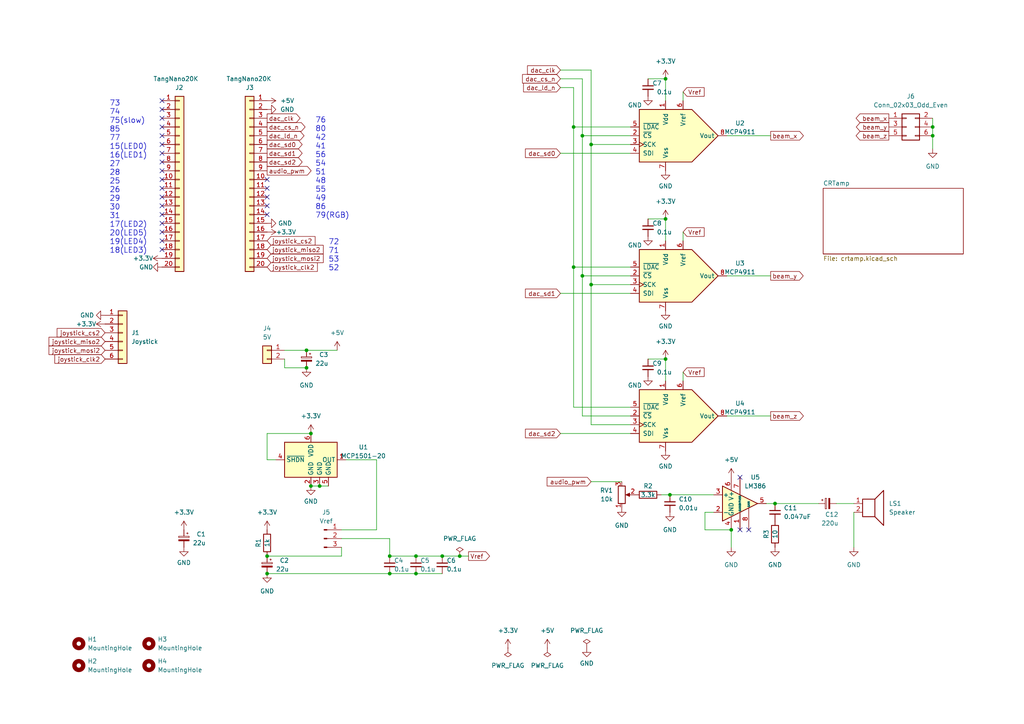
<source format=kicad_sch>
(kicad_sch (version 20230121) (generator eeschema)

  (uuid 1e1b457a-46ab-47b7-a44b-dd31b09c6d6d)

  (paper "A4")

  (title_block
    (title "Peripheral of Tang Nano 20K Vectrex")
    (date "2023-10-31")
    (rev "0.3")
    (company "MukaiLab.")
  )

  (lib_symbols
    (symbol "000_MyLibrary:Conn_01x02" (pin_names (offset 1.016) hide) (in_bom yes) (on_board yes)
      (property "Reference" "J" (at 0 2.54 0)
        (effects (font (size 1.27 1.27)))
      )
      (property "Value" "Conn_01x02" (at 0 -5.08 0)
        (effects (font (size 1.27 1.27)))
      )
      (property "Footprint" "" (at 0 0 0)
        (effects (font (size 1.27 1.27)) hide)
      )
      (property "Datasheet" "~" (at 0 0 0)
        (effects (font (size 1.27 1.27)) hide)
      )
      (property "ki_keywords" "connector" (at 0 0 0)
        (effects (font (size 1.27 1.27)) hide)
      )
      (property "ki_description" "Generic connector, single row, 01x02, script generated (kicad-library-utils/schlib/autogen/connector/)" (at 0 0 0)
        (effects (font (size 1.27 1.27)) hide)
      )
      (property "ki_fp_filters" "Connector*:*_1x??_*" (at 0 0 0)
        (effects (font (size 1.27 1.27)) hide)
      )
      (symbol "Conn_01x02_1_1"
        (rectangle (start -1.27 -2.413) (end 0 -2.667)
          (stroke (width 0.1524) (type default))
          (fill (type none))
        )
        (rectangle (start -1.27 0.127) (end 0 -0.127)
          (stroke (width 0.1524) (type default))
          (fill (type none))
        )
        (rectangle (start -1.27 1.27) (end 1.27 -3.81)
          (stroke (width 0.254) (type default))
          (fill (type background))
        )
        (pin passive line (at -5.08 0 0) (length 3.81)
          (name "Pin_1" (effects (font (size 1.27 1.27))))
          (number "1" (effects (font (size 1.27 1.27))))
        )
        (pin passive line (at -5.08 -2.54 0) (length 3.81)
          (name "Pin_2" (effects (font (size 1.27 1.27))))
          (number "2" (effects (font (size 1.27 1.27))))
        )
      )
    )
    (symbol "000_MyLibrary:Conn_01x03_Male" (pin_names (offset 1.016) hide) (in_bom yes) (on_board yes)
      (property "Reference" "J" (at 0 5.08 0)
        (effects (font (size 1.27 1.27)))
      )
      (property "Value" "Conn_01x03_Male" (at 0 -5.08 0)
        (effects (font (size 1.27 1.27)))
      )
      (property "Footprint" "" (at 0 0 0)
        (effects (font (size 1.27 1.27)) hide)
      )
      (property "Datasheet" "~" (at 0 0 0)
        (effects (font (size 1.27 1.27)) hide)
      )
      (property "ki_keywords" "connector" (at 0 0 0)
        (effects (font (size 1.27 1.27)) hide)
      )
      (property "ki_description" "Generic connector, single row, 01x03, script generated (kicad-library-utils/schlib/autogen/connector/)" (at 0 0 0)
        (effects (font (size 1.27 1.27)) hide)
      )
      (property "ki_fp_filters" "Connector*:*_1x??_*" (at 0 0 0)
        (effects (font (size 1.27 1.27)) hide)
      )
      (symbol "Conn_01x03_Male_1_1"
        (polyline
          (pts
            (xy 1.27 -2.54)
            (xy 0.8636 -2.54)
          )
          (stroke (width 0.1524) (type default))
          (fill (type none))
        )
        (polyline
          (pts
            (xy 1.27 0)
            (xy 0.8636 0)
          )
          (stroke (width 0.1524) (type default))
          (fill (type none))
        )
        (polyline
          (pts
            (xy 1.27 2.54)
            (xy 0.8636 2.54)
          )
          (stroke (width 0.1524) (type default))
          (fill (type none))
        )
        (rectangle (start 0.8636 -2.413) (end 0 -2.667)
          (stroke (width 0.1524) (type default))
          (fill (type outline))
        )
        (rectangle (start 0.8636 0.127) (end 0 -0.127)
          (stroke (width 0.1524) (type default))
          (fill (type outline))
        )
        (rectangle (start 0.8636 2.667) (end 0 2.413)
          (stroke (width 0.1524) (type default))
          (fill (type outline))
        )
        (pin passive line (at 5.08 2.54 180) (length 3.81)
          (name "Pin_1" (effects (font (size 1.27 1.27))))
          (number "1" (effects (font (size 1.27 1.27))))
        )
        (pin passive line (at 5.08 0 180) (length 3.81)
          (name "Pin_2" (effects (font (size 1.27 1.27))))
          (number "2" (effects (font (size 1.27 1.27))))
        )
        (pin passive line (at 5.08 -2.54 180) (length 3.81)
          (name "Pin_3" (effects (font (size 1.27 1.27))))
          (number "3" (effects (font (size 1.27 1.27))))
        )
      )
    )
    (symbol "000_MyLibrary:Conn_01x06" (pin_names (offset 1.016) hide) (in_bom yes) (on_board yes)
      (property "Reference" "J" (at 0 7.62 0)
        (effects (font (size 1.27 1.27)))
      )
      (property "Value" "Conn_01x06" (at 0 -10.16 0)
        (effects (font (size 1.27 1.27)))
      )
      (property "Footprint" "" (at 0 0 0)
        (effects (font (size 1.27 1.27)) hide)
      )
      (property "Datasheet" "~" (at 0 0 0)
        (effects (font (size 1.27 1.27)) hide)
      )
      (property "ki_keywords" "connector" (at 0 0 0)
        (effects (font (size 1.27 1.27)) hide)
      )
      (property "ki_description" "Generic connector, single row, 01x06, script generated (kicad-library-utils/schlib/autogen/connector/)" (at 0 0 0)
        (effects (font (size 1.27 1.27)) hide)
      )
      (property "ki_fp_filters" "Connector*:*_1x??_*" (at 0 0 0)
        (effects (font (size 1.27 1.27)) hide)
      )
      (symbol "Conn_01x06_1_1"
        (rectangle (start -1.27 -7.493) (end 0 -7.747)
          (stroke (width 0.1524) (type default))
          (fill (type none))
        )
        (rectangle (start -1.27 -4.953) (end 0 -5.207)
          (stroke (width 0.1524) (type default))
          (fill (type none))
        )
        (rectangle (start -1.27 -2.413) (end 0 -2.667)
          (stroke (width 0.1524) (type default))
          (fill (type none))
        )
        (rectangle (start -1.27 0.127) (end 0 -0.127)
          (stroke (width 0.1524) (type default))
          (fill (type none))
        )
        (rectangle (start -1.27 2.667) (end 0 2.413)
          (stroke (width 0.1524) (type default))
          (fill (type none))
        )
        (rectangle (start -1.27 5.207) (end 0 4.953)
          (stroke (width 0.1524) (type default))
          (fill (type none))
        )
        (rectangle (start -1.27 6.35) (end 1.27 -8.89)
          (stroke (width 0.254) (type default))
          (fill (type background))
        )
        (pin passive line (at -5.08 5.08 0) (length 3.81)
          (name "Pin_1" (effects (font (size 1.27 1.27))))
          (number "1" (effects (font (size 1.27 1.27))))
        )
        (pin passive line (at -5.08 2.54 0) (length 3.81)
          (name "Pin_2" (effects (font (size 1.27 1.27))))
          (number "2" (effects (font (size 1.27 1.27))))
        )
        (pin passive line (at -5.08 0 0) (length 3.81)
          (name "Pin_3" (effects (font (size 1.27 1.27))))
          (number "3" (effects (font (size 1.27 1.27))))
        )
        (pin passive line (at -5.08 -2.54 0) (length 3.81)
          (name "Pin_4" (effects (font (size 1.27 1.27))))
          (number "4" (effects (font (size 1.27 1.27))))
        )
        (pin passive line (at -5.08 -5.08 0) (length 3.81)
          (name "Pin_5" (effects (font (size 1.27 1.27))))
          (number "5" (effects (font (size 1.27 1.27))))
        )
        (pin passive line (at -5.08 -7.62 0) (length 3.81)
          (name "Pin_6" (effects (font (size 1.27 1.27))))
          (number "6" (effects (font (size 1.27 1.27))))
        )
      )
    )
    (symbol "000_MyLibrary:Conn_01x20" (pin_names (offset 1.016) hide) (in_bom yes) (on_board yes)
      (property "Reference" "J" (at 0 25.4 0)
        (effects (font (size 1.27 1.27)))
      )
      (property "Value" "Conn_01x20" (at 0 -27.94 0)
        (effects (font (size 1.27 1.27)))
      )
      (property "Footprint" "" (at 0 0 0)
        (effects (font (size 1.27 1.27)) hide)
      )
      (property "Datasheet" "~" (at 0 0 0)
        (effects (font (size 1.27 1.27)) hide)
      )
      (property "ki_keywords" "connector" (at 0 0 0)
        (effects (font (size 1.27 1.27)) hide)
      )
      (property "ki_description" "Generic connector, single row, 01x20, script generated (kicad-library-utils/schlib/autogen/connector/)" (at 0 0 0)
        (effects (font (size 1.27 1.27)) hide)
      )
      (property "ki_fp_filters" "Connector*:*_1x??_*" (at 0 0 0)
        (effects (font (size 1.27 1.27)) hide)
      )
      (symbol "Conn_01x20_1_1"
        (rectangle (start -1.27 -25.273) (end 0 -25.527)
          (stroke (width 0.1524) (type default))
          (fill (type none))
        )
        (rectangle (start -1.27 -22.733) (end 0 -22.987)
          (stroke (width 0.1524) (type default))
          (fill (type none))
        )
        (rectangle (start -1.27 -20.193) (end 0 -20.447)
          (stroke (width 0.1524) (type default))
          (fill (type none))
        )
        (rectangle (start -1.27 -17.653) (end 0 -17.907)
          (stroke (width 0.1524) (type default))
          (fill (type none))
        )
        (rectangle (start -1.27 -15.113) (end 0 -15.367)
          (stroke (width 0.1524) (type default))
          (fill (type none))
        )
        (rectangle (start -1.27 -12.573) (end 0 -12.827)
          (stroke (width 0.1524) (type default))
          (fill (type none))
        )
        (rectangle (start -1.27 -10.033) (end 0 -10.287)
          (stroke (width 0.1524) (type default))
          (fill (type none))
        )
        (rectangle (start -1.27 -7.493) (end 0 -7.747)
          (stroke (width 0.1524) (type default))
          (fill (type none))
        )
        (rectangle (start -1.27 -4.953) (end 0 -5.207)
          (stroke (width 0.1524) (type default))
          (fill (type none))
        )
        (rectangle (start -1.27 -2.413) (end 0 -2.667)
          (stroke (width 0.1524) (type default))
          (fill (type none))
        )
        (rectangle (start -1.27 0.127) (end 0 -0.127)
          (stroke (width 0.1524) (type default))
          (fill (type none))
        )
        (rectangle (start -1.27 2.667) (end 0 2.413)
          (stroke (width 0.1524) (type default))
          (fill (type none))
        )
        (rectangle (start -1.27 5.207) (end 0 4.953)
          (stroke (width 0.1524) (type default))
          (fill (type none))
        )
        (rectangle (start -1.27 7.747) (end 0 7.493)
          (stroke (width 0.1524) (type default))
          (fill (type none))
        )
        (rectangle (start -1.27 10.287) (end 0 10.033)
          (stroke (width 0.1524) (type default))
          (fill (type none))
        )
        (rectangle (start -1.27 12.827) (end 0 12.573)
          (stroke (width 0.1524) (type default))
          (fill (type none))
        )
        (rectangle (start -1.27 15.367) (end 0 15.113)
          (stroke (width 0.1524) (type default))
          (fill (type none))
        )
        (rectangle (start -1.27 17.907) (end 0 17.653)
          (stroke (width 0.1524) (type default))
          (fill (type none))
        )
        (rectangle (start -1.27 20.447) (end 0 20.193)
          (stroke (width 0.1524) (type default))
          (fill (type none))
        )
        (rectangle (start -1.27 22.987) (end 0 22.733)
          (stroke (width 0.1524) (type default))
          (fill (type none))
        )
        (rectangle (start -1.27 24.13) (end 1.27 -26.67)
          (stroke (width 0.254) (type default))
          (fill (type background))
        )
        (pin passive line (at -5.08 22.86 0) (length 3.81)
          (name "Pin_1" (effects (font (size 1.27 1.27))))
          (number "1" (effects (font (size 1.27 1.27))))
        )
        (pin passive line (at -5.08 0 0) (length 3.81)
          (name "Pin_10" (effects (font (size 1.27 1.27))))
          (number "10" (effects (font (size 1.27 1.27))))
        )
        (pin passive line (at -5.08 -2.54 0) (length 3.81)
          (name "Pin_11" (effects (font (size 1.27 1.27))))
          (number "11" (effects (font (size 1.27 1.27))))
        )
        (pin passive line (at -5.08 -5.08 0) (length 3.81)
          (name "Pin_12" (effects (font (size 1.27 1.27))))
          (number "12" (effects (font (size 1.27 1.27))))
        )
        (pin passive line (at -5.08 -7.62 0) (length 3.81)
          (name "Pin_13" (effects (font (size 1.27 1.27))))
          (number "13" (effects (font (size 1.27 1.27))))
        )
        (pin passive line (at -5.08 -10.16 0) (length 3.81)
          (name "Pin_14" (effects (font (size 1.27 1.27))))
          (number "14" (effects (font (size 1.27 1.27))))
        )
        (pin passive line (at -5.08 -12.7 0) (length 3.81)
          (name "Pin_15" (effects (font (size 1.27 1.27))))
          (number "15" (effects (font (size 1.27 1.27))))
        )
        (pin passive line (at -5.08 -15.24 0) (length 3.81)
          (name "Pin_16" (effects (font (size 1.27 1.27))))
          (number "16" (effects (font (size 1.27 1.27))))
        )
        (pin passive line (at -5.08 -17.78 0) (length 3.81)
          (name "Pin_17" (effects (font (size 1.27 1.27))))
          (number "17" (effects (font (size 1.27 1.27))))
        )
        (pin passive line (at -5.08 -20.32 0) (length 3.81)
          (name "Pin_18" (effects (font (size 1.27 1.27))))
          (number "18" (effects (font (size 1.27 1.27))))
        )
        (pin passive line (at -5.08 -22.86 0) (length 3.81)
          (name "Pin_19" (effects (font (size 1.27 1.27))))
          (number "19" (effects (font (size 1.27 1.27))))
        )
        (pin passive line (at -5.08 20.32 0) (length 3.81)
          (name "Pin_2" (effects (font (size 1.27 1.27))))
          (number "2" (effects (font (size 1.27 1.27))))
        )
        (pin passive line (at -5.08 -25.4 0) (length 3.81)
          (name "Pin_20" (effects (font (size 1.27 1.27))))
          (number "20" (effects (font (size 1.27 1.27))))
        )
        (pin passive line (at -5.08 17.78 0) (length 3.81)
          (name "Pin_3" (effects (font (size 1.27 1.27))))
          (number "3" (effects (font (size 1.27 1.27))))
        )
        (pin passive line (at -5.08 15.24 0) (length 3.81)
          (name "Pin_4" (effects (font (size 1.27 1.27))))
          (number "4" (effects (font (size 1.27 1.27))))
        )
        (pin passive line (at -5.08 12.7 0) (length 3.81)
          (name "Pin_5" (effects (font (size 1.27 1.27))))
          (number "5" (effects (font (size 1.27 1.27))))
        )
        (pin passive line (at -5.08 10.16 0) (length 3.81)
          (name "Pin_6" (effects (font (size 1.27 1.27))))
          (number "6" (effects (font (size 1.27 1.27))))
        )
        (pin passive line (at -5.08 7.62 0) (length 3.81)
          (name "Pin_7" (effects (font (size 1.27 1.27))))
          (number "7" (effects (font (size 1.27 1.27))))
        )
        (pin passive line (at -5.08 5.08 0) (length 3.81)
          (name "Pin_8" (effects (font (size 1.27 1.27))))
          (number "8" (effects (font (size 1.27 1.27))))
        )
        (pin passive line (at -5.08 2.54 0) (length 3.81)
          (name "Pin_9" (effects (font (size 1.27 1.27))))
          (number "9" (effects (font (size 1.27 1.27))))
        )
      )
    )
    (symbol "000_MyLibrary:Conn_02x03_Odd_Even" (pin_names (offset 1.016) hide) (in_bom yes) (on_board yes)
      (property "Reference" "J" (at 1.27 5.08 0)
        (effects (font (size 1.27 1.27)))
      )
      (property "Value" "Conn_02x03_Odd_Even" (at 1.27 -5.08 0)
        (effects (font (size 1.27 1.27)))
      )
      (property "Footprint" "" (at 0 0 0)
        (effects (font (size 1.27 1.27)) hide)
      )
      (property "Datasheet" "~" (at 0 0 0)
        (effects (font (size 1.27 1.27)) hide)
      )
      (property "ki_keywords" "connector" (at 0 0 0)
        (effects (font (size 1.27 1.27)) hide)
      )
      (property "ki_description" "Generic connector, double row, 02x03, odd/even pin numbering scheme (row 1 odd numbers, row 2 even numbers), script generated (kicad-library-utils/schlib/autogen/connector/)" (at 0 0 0)
        (effects (font (size 1.27 1.27)) hide)
      )
      (property "ki_fp_filters" "Connector*:*_2x??_*" (at 0 0 0)
        (effects (font (size 1.27 1.27)) hide)
      )
      (symbol "Conn_02x03_Odd_Even_1_1"
        (rectangle (start -1.27 -2.413) (end 0 -2.667)
          (stroke (width 0.1524) (type default))
          (fill (type none))
        )
        (rectangle (start -1.27 0.127) (end 0 -0.127)
          (stroke (width 0.1524) (type default))
          (fill (type none))
        )
        (rectangle (start -1.27 2.667) (end 0 2.413)
          (stroke (width 0.1524) (type default))
          (fill (type none))
        )
        (rectangle (start -1.27 3.81) (end 3.81 -3.81)
          (stroke (width 0.254) (type default))
          (fill (type none))
        )
        (rectangle (start 3.81 -2.413) (end 2.54 -2.667)
          (stroke (width 0.1524) (type default))
          (fill (type none))
        )
        (rectangle (start 3.81 0.127) (end 2.54 -0.127)
          (stroke (width 0.1524) (type default))
          (fill (type none))
        )
        (rectangle (start 3.81 2.667) (end 2.54 2.413)
          (stroke (width 0.1524) (type default))
          (fill (type none))
        )
        (pin passive line (at -5.08 2.54 0) (length 3.81)
          (name "Pin_1" (effects (font (size 1.27 1.27))))
          (number "1" (effects (font (size 1.27 1.27))))
        )
        (pin passive line (at 7.62 2.54 180) (length 3.81)
          (name "Pin_2" (effects (font (size 1.27 1.27))))
          (number "2" (effects (font (size 1.27 1.27))))
        )
        (pin passive line (at -5.08 0 0) (length 3.81)
          (name "Pin_3" (effects (font (size 1.27 1.27))))
          (number "3" (effects (font (size 1.27 1.27))))
        )
        (pin passive line (at 7.62 0 180) (length 3.81)
          (name "Pin_4" (effects (font (size 1.27 1.27))))
          (number "4" (effects (font (size 1.27 1.27))))
        )
        (pin passive line (at -5.08 -2.54 0) (length 3.81)
          (name "Pin_5" (effects (font (size 1.27 1.27))))
          (number "5" (effects (font (size 1.27 1.27))))
        )
        (pin passive line (at 7.62 -2.54 180) (length 3.81)
          (name "Pin_6" (effects (font (size 1.27 1.27))))
          (number "6" (effects (font (size 1.27 1.27))))
        )
      )
    )
    (symbol "000_MyLibrary:MCP1501-20xCH" (in_bom yes) (on_board yes)
      (property "Reference" "U" (at -6.35 6.35 0)
        (effects (font (size 1.27 1.27)))
      )
      (property "Value" "MCP1501-20xCH" (at 10.16 6.35 0)
        (effects (font (size 1.27 1.27)))
      )
      (property "Footprint" "Package_TO_SOT_SMD:SOT-23-6" (at 0 0 0)
        (effects (font (size 1.27 1.27)) hide)
      )
      (property "Datasheet" "http://ww1.microchip.com/downloads/en/DeviceDoc/20005474E.pdf" (at 0 0 0)
        (effects (font (size 1.27 1.27)) hide)
      )
      (property "ki_keywords" "precision buffered voltage reference 1.024V" (at 0 0 0)
        (effects (font (size 1.27 1.27)) hide)
      )
      (property "ki_description" "1.024V, 0.1%, 20mA, Precision Voltage Reference, SOT-23-6" (at 0 0 0)
        (effects (font (size 1.27 1.27)) hide)
      )
      (property "ki_fp_filters" "SOT?23*" (at 0 0 0)
        (effects (font (size 1.27 1.27)) hide)
      )
      (symbol "MCP1501-20xCH_0_0"
        (pin power_out line (at 10.16 0 180) (length 2.54)
          (name "OUT" (effects (font (size 1.27 1.27))))
          (number "1" (effects (font (size 1.27 1.27))))
        )
        (pin power_in line (at 0 -7.62 90) (length 2.54)
          (name "GND" (effects (font (size 1.27 1.27))))
          (number "2" (effects (font (size 1.27 1.27))))
        )
        (pin input line (at -10.16 0 0) (length 2.54)
          (name "~{SHDN}" (effects (font (size 1.27 1.27))))
          (number "4" (effects (font (size 1.27 1.27))))
        )
        (pin power_in line (at 0 7.62 270) (length 2.54)
          (name "VDD" (effects (font (size 1.27 1.27))))
          (number "6" (effects (font (size 1.27 1.27))))
        )
      )
      (symbol "MCP1501-20xCH_0_1"
        (rectangle (start -7.62 5.08) (end 7.62 -5.08)
          (stroke (width 0.254) (type default))
          (fill (type background))
        )
      )
      (symbol "MCP1501-20xCH_1_0"
        (pin power_in line (at 2.54 -7.62 90) (length 2.54)
          (name "GND" (effects (font (size 1.27 1.27))))
          (number "3" (effects (font (size 1.27 1.27))))
        )
        (pin power_in line (at 5.08 -7.62 90) (length 2.54)
          (name "GND" (effects (font (size 1.27 1.27))))
          (number "5" (effects (font (size 1.27 1.27))))
        )
      )
    )
    (symbol "000_MyLibrary:MCP4911" (pin_names (offset 1.016)) (in_bom yes) (on_board yes)
      (property "Reference" "U" (at 6.35 10.795 0)
        (effects (font (size 1.27 1.27)) (justify left))
      )
      (property "Value" "MCP4911" (at 6.35 8.89 0)
        (effects (font (size 1.27 1.27)) (justify left))
      )
      (property "Footprint" "" (at 25.4 -2.54 0)
        (effects (font (size 1.27 1.27)) hide)
      )
      (property "Datasheet" "http://ww1.microchip.com/downloads/en/DeviceDoc/22248a.pdf" (at 25.4 -2.54 0)
        (effects (font (size 1.27 1.27)) hide)
      )
      (property "ki_keywords" "8-Bit DAC SPI  1ch" (at 0 0 0)
        (effects (font (size 1.27 1.27)) hide)
      )
      (property "ki_description" "8-Bit D/A Converters with SPI Interface" (at 0 0 0)
        (effects (font (size 1.27 1.27)) hide)
      )
      (property "ki_fp_filters" "DIP*W7.62mm* MSOP*3x3mm*P0.65mm* SOIC*3.9x4.9mm*P1.27mm*" (at 0 0 0)
        (effects (font (size 1.27 1.27)) hide)
      )
      (symbol "MCP4911_0_0"
        (polyline
          (pts
            (xy 15.24 0)
            (xy 7.62 7.62)
            (xy -7.62 7.62)
            (xy -7.62 -7.62)
            (xy 7.62 -7.62)
            (xy 15.24 0)
          )
          (stroke (width 0.254) (type default))
          (fill (type background))
        )
      )
      (symbol "MCP4911_1_1"
        (pin power_in line (at 0 10.16 270) (length 2.54)
          (name "Vdd" (effects (font (size 1.27 1.27))))
          (number "1" (effects (font (size 1.27 1.27))))
        )
        (pin input line (at -10.16 0 0) (length 2.54)
          (name "~{CS}" (effects (font (size 1.27 1.27))))
          (number "2" (effects (font (size 1.27 1.27))))
        )
        (pin input clock (at -10.16 -2.54 0) (length 2.54)
          (name "SCK" (effects (font (size 1.27 1.27))))
          (number "3" (effects (font (size 1.27 1.27))))
        )
        (pin input line (at -10.16 -5.08 0) (length 2.54)
          (name "SDI" (effects (font (size 1.27 1.27))))
          (number "4" (effects (font (size 1.27 1.27))))
        )
        (pin input line (at -10.16 2.54 0) (length 2.54)
          (name "~{LDAC}" (effects (font (size 1.27 1.27))))
          (number "5" (effects (font (size 1.27 1.27))))
        )
        (pin power_in line (at 5.08 10.16 270) (length 2.54)
          (name "Vref" (effects (font (size 1.27 1.27))))
          (number "6" (effects (font (size 1.27 1.27))))
        )
        (pin power_in line (at 0 -10.16 90) (length 2.54)
          (name "Vss" (effects (font (size 1.27 1.27))))
          (number "7" (effects (font (size 1.27 1.27))))
        )
        (pin output line (at 17.78 0 180) (length 2.54)
          (name "Vout" (effects (font (size 1.27 1.27))))
          (number "8" (effects (font (size 1.27 1.27))))
        )
      )
    )
    (symbol "000_MyLibrary:MountingHole" (pin_names (offset 1.016)) (in_bom yes) (on_board yes)
      (property "Reference" "H" (at 0 5.08 0)
        (effects (font (size 1.27 1.27)))
      )
      (property "Value" "MountingHole" (at 0 3.175 0)
        (effects (font (size 1.27 1.27)))
      )
      (property "Footprint" "" (at 0 0 0)
        (effects (font (size 1.27 1.27)) hide)
      )
      (property "Datasheet" "~" (at 0 0 0)
        (effects (font (size 1.27 1.27)) hide)
      )
      (property "ki_keywords" "mounting hole" (at 0 0 0)
        (effects (font (size 1.27 1.27)) hide)
      )
      (property "ki_description" "Mounting Hole without connection" (at 0 0 0)
        (effects (font (size 1.27 1.27)) hide)
      )
      (property "ki_fp_filters" "MountingHole*" (at 0 0 0)
        (effects (font (size 1.27 1.27)) hide)
      )
      (symbol "MountingHole_0_1"
        (circle (center 0 0) (radius 1.27)
          (stroke (width 1.27) (type default))
          (fill (type none))
        )
      )
    )
    (symbol "000_MyLibrary:R" (pin_numbers hide) (pin_names (offset 0)) (in_bom yes) (on_board yes)
      (property "Reference" "R" (at 2.032 0 90)
        (effects (font (size 1.27 1.27)))
      )
      (property "Value" "R" (at 0 0 90)
        (effects (font (size 1.27 1.27)))
      )
      (property "Footprint" "" (at -1.778 0 90)
        (effects (font (size 1.27 1.27)) hide)
      )
      (property "Datasheet" "~" (at 0 0 0)
        (effects (font (size 1.27 1.27)) hide)
      )
      (property "ki_keywords" "R res resistor" (at 0 0 0)
        (effects (font (size 1.27 1.27)) hide)
      )
      (property "ki_description" "Resistor" (at 0 0 0)
        (effects (font (size 1.27 1.27)) hide)
      )
      (property "ki_fp_filters" "R_*" (at 0 0 0)
        (effects (font (size 1.27 1.27)) hide)
      )
      (symbol "R_0_1"
        (rectangle (start -1.016 -2.54) (end 1.016 2.54)
          (stroke (width 0.254) (type default))
          (fill (type none))
        )
      )
      (symbol "R_1_1"
        (pin passive line (at 0 3.81 270) (length 1.27)
          (name "~" (effects (font (size 1.27 1.27))))
          (number "1" (effects (font (size 1.27 1.27))))
        )
        (pin passive line (at 0 -3.81 90) (length 1.27)
          (name "~" (effects (font (size 1.27 1.27))))
          (number "2" (effects (font (size 1.27 1.27))))
        )
      )
    )
    (symbol "Amplifier_Audio:LM386" (pin_names (offset 0.127)) (in_bom yes) (on_board yes)
      (property "Reference" "U" (at 1.27 7.62 0)
        (effects (font (size 1.27 1.27)) (justify left))
      )
      (property "Value" "LM386" (at 1.27 5.08 0)
        (effects (font (size 1.27 1.27)) (justify left))
      )
      (property "Footprint" "" (at 2.54 2.54 0)
        (effects (font (size 1.27 1.27)) hide)
      )
      (property "Datasheet" "http://www.ti.com/lit/ds/symlink/lm386.pdf" (at 5.08 5.08 0)
        (effects (font (size 1.27 1.27)) hide)
      )
      (property "ki_keywords" "single Power opamp" (at 0 0 0)
        (effects (font (size 1.27 1.27)) hide)
      )
      (property "ki_description" "Low Voltage Audio Power Amplifier, DIP-8/SOIC-8/SSOP-8" (at 0 0 0)
        (effects (font (size 1.27 1.27)) hide)
      )
      (property "ki_fp_filters" "SOIC*3.9x4.9mm*P1.27mm* DIP*W7.62mm* MSSOP*P0.65mm* TSSOP*3x3mm*P0.5mm*" (at 0 0 0)
        (effects (font (size 1.27 1.27)) hide)
      )
      (symbol "LM386_0_1"
        (polyline
          (pts
            (xy 5.08 0)
            (xy -5.08 5.08)
            (xy -5.08 -5.08)
            (xy 5.08 0)
          )
          (stroke (width 0.254) (type default))
          (fill (type background))
        )
      )
      (symbol "LM386_1_1"
        (pin input line (at 0 -7.62 90) (length 5.08)
          (name "GAIN" (effects (font (size 0.508 0.508))))
          (number "1" (effects (font (size 1.27 1.27))))
        )
        (pin input line (at -7.62 -2.54 0) (length 2.54)
          (name "-" (effects (font (size 1.27 1.27))))
          (number "2" (effects (font (size 1.27 1.27))))
        )
        (pin input line (at -7.62 2.54 0) (length 2.54)
          (name "+" (effects (font (size 1.27 1.27))))
          (number "3" (effects (font (size 1.27 1.27))))
        )
        (pin power_in line (at -2.54 -7.62 90) (length 3.81)
          (name "GND" (effects (font (size 1.27 1.27))))
          (number "4" (effects (font (size 1.27 1.27))))
        )
        (pin output line (at 7.62 0 180) (length 2.54)
          (name "~" (effects (font (size 1.27 1.27))))
          (number "5" (effects (font (size 1.27 1.27))))
        )
        (pin power_in line (at -2.54 7.62 270) (length 3.81)
          (name "V+" (effects (font (size 1.27 1.27))))
          (number "6" (effects (font (size 1.27 1.27))))
        )
        (pin input line (at 0 7.62 270) (length 5.08)
          (name "BYPASS" (effects (font (size 0.508 0.508))))
          (number "7" (effects (font (size 1.27 1.27))))
        )
        (pin input line (at 2.54 -7.62 90) (length 6.35)
          (name "GAIN" (effects (font (size 0.508 0.508))))
          (number "8" (effects (font (size 1.27 1.27))))
        )
      )
    )
    (symbol "Device:C_Polarized_Small" (pin_numbers hide) (pin_names (offset 0.254) hide) (in_bom yes) (on_board yes)
      (property "Reference" "C" (at 0.254 1.778 0)
        (effects (font (size 1.27 1.27)) (justify left))
      )
      (property "Value" "C_Polarized_Small" (at 0.254 -2.032 0)
        (effects (font (size 1.27 1.27)) (justify left))
      )
      (property "Footprint" "" (at 0 0 0)
        (effects (font (size 1.27 1.27)) hide)
      )
      (property "Datasheet" "~" (at 0 0 0)
        (effects (font (size 1.27 1.27)) hide)
      )
      (property "ki_keywords" "cap capacitor" (at 0 0 0)
        (effects (font (size 1.27 1.27)) hide)
      )
      (property "ki_description" "Polarized capacitor, small symbol" (at 0 0 0)
        (effects (font (size 1.27 1.27)) hide)
      )
      (property "ki_fp_filters" "CP_*" (at 0 0 0)
        (effects (font (size 1.27 1.27)) hide)
      )
      (symbol "C_Polarized_Small_0_1"
        (rectangle (start -1.524 -0.3048) (end 1.524 -0.6858)
          (stroke (width 0) (type default))
          (fill (type outline))
        )
        (rectangle (start -1.524 0.6858) (end 1.524 0.3048)
          (stroke (width 0) (type default))
          (fill (type none))
        )
        (polyline
          (pts
            (xy -1.27 1.524)
            (xy -0.762 1.524)
          )
          (stroke (width 0) (type default))
          (fill (type none))
        )
        (polyline
          (pts
            (xy -1.016 1.27)
            (xy -1.016 1.778)
          )
          (stroke (width 0) (type default))
          (fill (type none))
        )
      )
      (symbol "C_Polarized_Small_1_1"
        (pin passive line (at 0 2.54 270) (length 1.8542)
          (name "~" (effects (font (size 1.27 1.27))))
          (number "1" (effects (font (size 1.27 1.27))))
        )
        (pin passive line (at 0 -2.54 90) (length 1.8542)
          (name "~" (effects (font (size 1.27 1.27))))
          (number "2" (effects (font (size 1.27 1.27))))
        )
      )
    )
    (symbol "Device:C_Small" (pin_numbers hide) (pin_names (offset 0.254) hide) (in_bom yes) (on_board yes)
      (property "Reference" "C" (at 0.254 1.778 0)
        (effects (font (size 1.27 1.27)) (justify left))
      )
      (property "Value" "C_Small" (at 0.254 -2.032 0)
        (effects (font (size 1.27 1.27)) (justify left))
      )
      (property "Footprint" "" (at 0 0 0)
        (effects (font (size 1.27 1.27)) hide)
      )
      (property "Datasheet" "~" (at 0 0 0)
        (effects (font (size 1.27 1.27)) hide)
      )
      (property "ki_keywords" "capacitor cap" (at 0 0 0)
        (effects (font (size 1.27 1.27)) hide)
      )
      (property "ki_description" "Unpolarized capacitor, small symbol" (at 0 0 0)
        (effects (font (size 1.27 1.27)) hide)
      )
      (property "ki_fp_filters" "C_*" (at 0 0 0)
        (effects (font (size 1.27 1.27)) hide)
      )
      (symbol "C_Small_0_1"
        (polyline
          (pts
            (xy -1.524 -0.508)
            (xy 1.524 -0.508)
          )
          (stroke (width 0.3302) (type default))
          (fill (type none))
        )
        (polyline
          (pts
            (xy -1.524 0.508)
            (xy 1.524 0.508)
          )
          (stroke (width 0.3048) (type default))
          (fill (type none))
        )
      )
      (symbol "C_Small_1_1"
        (pin passive line (at 0 2.54 270) (length 2.032)
          (name "~" (effects (font (size 1.27 1.27))))
          (number "1" (effects (font (size 1.27 1.27))))
        )
        (pin passive line (at 0 -2.54 90) (length 2.032)
          (name "~" (effects (font (size 1.27 1.27))))
          (number "2" (effects (font (size 1.27 1.27))))
        )
      )
    )
    (symbol "Device:R_Potentiometer" (pin_names (offset 1.016) hide) (in_bom yes) (on_board yes)
      (property "Reference" "RV" (at -4.445 0 90)
        (effects (font (size 1.27 1.27)))
      )
      (property "Value" "R_Potentiometer" (at -2.54 0 90)
        (effects (font (size 1.27 1.27)))
      )
      (property "Footprint" "" (at 0 0 0)
        (effects (font (size 1.27 1.27)) hide)
      )
      (property "Datasheet" "~" (at 0 0 0)
        (effects (font (size 1.27 1.27)) hide)
      )
      (property "ki_keywords" "resistor variable" (at 0 0 0)
        (effects (font (size 1.27 1.27)) hide)
      )
      (property "ki_description" "Potentiometer" (at 0 0 0)
        (effects (font (size 1.27 1.27)) hide)
      )
      (property "ki_fp_filters" "Potentiometer*" (at 0 0 0)
        (effects (font (size 1.27 1.27)) hide)
      )
      (symbol "R_Potentiometer_0_1"
        (polyline
          (pts
            (xy 2.54 0)
            (xy 1.524 0)
          )
          (stroke (width 0) (type default))
          (fill (type none))
        )
        (polyline
          (pts
            (xy 1.143 0)
            (xy 2.286 0.508)
            (xy 2.286 -0.508)
            (xy 1.143 0)
          )
          (stroke (width 0) (type default))
          (fill (type outline))
        )
        (rectangle (start 1.016 2.54) (end -1.016 -2.54)
          (stroke (width 0.254) (type default))
          (fill (type none))
        )
      )
      (symbol "R_Potentiometer_1_1"
        (pin passive line (at 0 3.81 270) (length 1.27)
          (name "1" (effects (font (size 1.27 1.27))))
          (number "1" (effects (font (size 1.27 1.27))))
        )
        (pin passive line (at 3.81 0 180) (length 1.27)
          (name "2" (effects (font (size 1.27 1.27))))
          (number "2" (effects (font (size 1.27 1.27))))
        )
        (pin passive line (at 0 -3.81 90) (length 1.27)
          (name "3" (effects (font (size 1.27 1.27))))
          (number "3" (effects (font (size 1.27 1.27))))
        )
      )
    )
    (symbol "Device:Speaker" (pin_names (offset 0) hide) (in_bom yes) (on_board yes)
      (property "Reference" "LS" (at 1.27 5.715 0)
        (effects (font (size 1.27 1.27)) (justify right))
      )
      (property "Value" "Speaker" (at 1.27 3.81 0)
        (effects (font (size 1.27 1.27)) (justify right))
      )
      (property "Footprint" "" (at 0 -5.08 0)
        (effects (font (size 1.27 1.27)) hide)
      )
      (property "Datasheet" "~" (at -0.254 -1.27 0)
        (effects (font (size 1.27 1.27)) hide)
      )
      (property "ki_keywords" "speaker sound" (at 0 0 0)
        (effects (font (size 1.27 1.27)) hide)
      )
      (property "ki_description" "Speaker" (at 0 0 0)
        (effects (font (size 1.27 1.27)) hide)
      )
      (symbol "Speaker_0_0"
        (rectangle (start -2.54 1.27) (end 1.016 -3.81)
          (stroke (width 0.254) (type default))
          (fill (type none))
        )
        (polyline
          (pts
            (xy 1.016 1.27)
            (xy 3.556 3.81)
            (xy 3.556 -6.35)
            (xy 1.016 -3.81)
          )
          (stroke (width 0.254) (type default))
          (fill (type none))
        )
      )
      (symbol "Speaker_1_1"
        (pin input line (at -5.08 0 0) (length 2.54)
          (name "1" (effects (font (size 1.27 1.27))))
          (number "1" (effects (font (size 1.27 1.27))))
        )
        (pin input line (at -5.08 -2.54 0) (length 2.54)
          (name "2" (effects (font (size 1.27 1.27))))
          (number "2" (effects (font (size 1.27 1.27))))
        )
      )
    )
    (symbol "power:+3.3V" (power) (pin_names (offset 0)) (in_bom yes) (on_board yes)
      (property "Reference" "#PWR" (at 0 -3.81 0)
        (effects (font (size 1.27 1.27)) hide)
      )
      (property "Value" "+3.3V" (at 0 3.556 0)
        (effects (font (size 1.27 1.27)))
      )
      (property "Footprint" "" (at 0 0 0)
        (effects (font (size 1.27 1.27)) hide)
      )
      (property "Datasheet" "" (at 0 0 0)
        (effects (font (size 1.27 1.27)) hide)
      )
      (property "ki_keywords" "global power" (at 0 0 0)
        (effects (font (size 1.27 1.27)) hide)
      )
      (property "ki_description" "Power symbol creates a global label with name \"+3.3V\"" (at 0 0 0)
        (effects (font (size 1.27 1.27)) hide)
      )
      (symbol "+3.3V_0_1"
        (polyline
          (pts
            (xy -0.762 1.27)
            (xy 0 2.54)
          )
          (stroke (width 0) (type default))
          (fill (type none))
        )
        (polyline
          (pts
            (xy 0 0)
            (xy 0 2.54)
          )
          (stroke (width 0) (type default))
          (fill (type none))
        )
        (polyline
          (pts
            (xy 0 2.54)
            (xy 0.762 1.27)
          )
          (stroke (width 0) (type default))
          (fill (type none))
        )
      )
      (symbol "+3.3V_1_1"
        (pin power_in line (at 0 0 90) (length 0) hide
          (name "+3.3V" (effects (font (size 1.27 1.27))))
          (number "1" (effects (font (size 1.27 1.27))))
        )
      )
    )
    (symbol "power:+5V" (power) (pin_names (offset 0)) (in_bom yes) (on_board yes)
      (property "Reference" "#PWR" (at 0 -3.81 0)
        (effects (font (size 1.27 1.27)) hide)
      )
      (property "Value" "+5V" (at 0 3.556 0)
        (effects (font (size 1.27 1.27)))
      )
      (property "Footprint" "" (at 0 0 0)
        (effects (font (size 1.27 1.27)) hide)
      )
      (property "Datasheet" "" (at 0 0 0)
        (effects (font (size 1.27 1.27)) hide)
      )
      (property "ki_keywords" "global power" (at 0 0 0)
        (effects (font (size 1.27 1.27)) hide)
      )
      (property "ki_description" "Power symbol creates a global label with name \"+5V\"" (at 0 0 0)
        (effects (font (size 1.27 1.27)) hide)
      )
      (symbol "+5V_0_1"
        (polyline
          (pts
            (xy -0.762 1.27)
            (xy 0 2.54)
          )
          (stroke (width 0) (type default))
          (fill (type none))
        )
        (polyline
          (pts
            (xy 0 0)
            (xy 0 2.54)
          )
          (stroke (width 0) (type default))
          (fill (type none))
        )
        (polyline
          (pts
            (xy 0 2.54)
            (xy 0.762 1.27)
          )
          (stroke (width 0) (type default))
          (fill (type none))
        )
      )
      (symbol "+5V_1_1"
        (pin power_in line (at 0 0 90) (length 0) hide
          (name "+5V" (effects (font (size 1.27 1.27))))
          (number "1" (effects (font (size 1.27 1.27))))
        )
      )
    )
    (symbol "power:GND" (power) (pin_names (offset 0)) (in_bom yes) (on_board yes)
      (property "Reference" "#PWR" (at 0 -6.35 0)
        (effects (font (size 1.27 1.27)) hide)
      )
      (property "Value" "GND" (at 0 -3.81 0)
        (effects (font (size 1.27 1.27)))
      )
      (property "Footprint" "" (at 0 0 0)
        (effects (font (size 1.27 1.27)) hide)
      )
      (property "Datasheet" "" (at 0 0 0)
        (effects (font (size 1.27 1.27)) hide)
      )
      (property "ki_keywords" "global power" (at 0 0 0)
        (effects (font (size 1.27 1.27)) hide)
      )
      (property "ki_description" "Power symbol creates a global label with name \"GND\" , ground" (at 0 0 0)
        (effects (font (size 1.27 1.27)) hide)
      )
      (symbol "GND_0_1"
        (polyline
          (pts
            (xy 0 0)
            (xy 0 -1.27)
            (xy 1.27 -1.27)
            (xy 0 -2.54)
            (xy -1.27 -1.27)
            (xy 0 -1.27)
          )
          (stroke (width 0) (type default))
          (fill (type none))
        )
      )
      (symbol "GND_1_1"
        (pin power_in line (at 0 0 270) (length 0) hide
          (name "GND" (effects (font (size 1.27 1.27))))
          (number "1" (effects (font (size 1.27 1.27))))
        )
      )
    )
    (symbol "power:PWR_FLAG" (power) (pin_numbers hide) (pin_names (offset 0) hide) (in_bom yes) (on_board yes)
      (property "Reference" "#FLG" (at 0 1.905 0)
        (effects (font (size 1.27 1.27)) hide)
      )
      (property "Value" "PWR_FLAG" (at 0 3.81 0)
        (effects (font (size 1.27 1.27)))
      )
      (property "Footprint" "" (at 0 0 0)
        (effects (font (size 1.27 1.27)) hide)
      )
      (property "Datasheet" "~" (at 0 0 0)
        (effects (font (size 1.27 1.27)) hide)
      )
      (property "ki_keywords" "flag power" (at 0 0 0)
        (effects (font (size 1.27 1.27)) hide)
      )
      (property "ki_description" "Special symbol for telling ERC where power comes from" (at 0 0 0)
        (effects (font (size 1.27 1.27)) hide)
      )
      (symbol "PWR_FLAG_0_0"
        (pin power_out line (at 0 0 90) (length 0)
          (name "pwr" (effects (font (size 1.27 1.27))))
          (number "1" (effects (font (size 1.27 1.27))))
        )
      )
      (symbol "PWR_FLAG_0_1"
        (polyline
          (pts
            (xy 0 0)
            (xy 0 1.27)
            (xy -1.016 1.905)
            (xy 0 2.54)
            (xy 1.016 1.905)
            (xy 0 1.27)
          )
          (stroke (width 0) (type default))
          (fill (type none))
        )
      )
    )
  )

  (junction (at 77.47 166.37) (diameter 0) (color 0 0 0 0)
    (uuid 002709d3-7c45-4301-9373-8cb829bb81de)
  )
  (junction (at 166.37 77.47) (diameter 0) (color 0 0 0 0)
    (uuid 023020a6-035e-4bf2-b762-9c11e6803839)
  )
  (junction (at 194.31 143.51) (diameter 0) (color 0 0 0 0)
    (uuid 137a2275-c51a-42b0-82b2-beda755c7e80)
  )
  (junction (at 90.17 140.97) (diameter 0) (color 0 0 0 0)
    (uuid 1a1a74ea-86f5-4081-89d1-2c6f1d1de2db)
  )
  (junction (at 113.03 161.29) (diameter 0) (color 0 0 0 0)
    (uuid 2f05f769-1910-4f1c-ae78-2e30f15608d2)
  )
  (junction (at 90.17 125.73) (diameter 0) (color 0 0 0 0)
    (uuid 3512c1e6-9fd4-4ec1-a22e-dd559862a18c)
  )
  (junction (at 88.9 106.68) (diameter 0) (color 0 0 0 0)
    (uuid 354db8ed-d126-42cb-9a9d-92fc7e06c81f)
  )
  (junction (at 193.04 22.86) (diameter 0) (color 0 0 0 0)
    (uuid 38e206be-6009-414e-a0f7-bdf260764f1a)
  )
  (junction (at 166.37 36.83) (diameter 0) (color 0 0 0 0)
    (uuid 3a18a462-2744-4f35-9609-239b22b7e679)
  )
  (junction (at 120.65 161.29) (diameter 0) (color 0 0 0 0)
    (uuid 41d38d3f-65e5-44eb-b6e0-9dcfdf6ef05b)
  )
  (junction (at 270.51 39.37) (diameter 0) (color 0 0 0 0)
    (uuid 454fd248-a4bd-4284-9bd2-3fd845a4a61f)
  )
  (junction (at 212.09 153.67) (diameter 0) (color 0 0 0 0)
    (uuid 470654a1-dd37-4c84-82cd-f972c65b4486)
  )
  (junction (at 193.04 63.5) (diameter 0) (color 0 0 0 0)
    (uuid 7567bc75-a7cf-40b1-8a0e-c2a52d749d97)
  )
  (junction (at 133.35 161.29) (diameter 0) (color 0 0 0 0)
    (uuid 85c49903-7ec2-46ec-90d1-4c21d519d2e1)
  )
  (junction (at 171.45 82.55) (diameter 0) (color 0 0 0 0)
    (uuid 8d4afa84-f95b-4f12-a203-24811b68f8f2)
  )
  (junction (at 88.9 101.6) (diameter 0) (color 0 0 0 0)
    (uuid 8da8f0a4-6b4c-4274-aae5-96f9bffc011f)
  )
  (junction (at 193.04 104.14) (diameter 0) (color 0 0 0 0)
    (uuid 90c9d638-69f2-42b0-9ab3-f2a0ad21f41e)
  )
  (junction (at 168.91 80.01) (diameter 0) (color 0 0 0 0)
    (uuid a4942f44-a5e0-47f4-894a-615b8ff7cc2a)
  )
  (junction (at 77.47 161.29) (diameter 0) (color 0 0 0 0)
    (uuid b1396abd-b2e9-4192-9fca-1a354ded5135)
  )
  (junction (at 113.03 166.37) (diameter 0) (color 0 0 0 0)
    (uuid bf640e0d-acd0-4d1c-9f66-5a6b3cf302ab)
  )
  (junction (at 128.27 161.29) (diameter 0) (color 0 0 0 0)
    (uuid c80b3fc9-8489-4f33-a33d-5e1fc4981dff)
  )
  (junction (at 168.91 39.37) (diameter 0) (color 0 0 0 0)
    (uuid d166a0d0-f987-433e-bae6-defae76beaed)
  )
  (junction (at 224.79 146.05) (diameter 0) (color 0 0 0 0)
    (uuid e216b362-a29e-4d47-a5a6-42dd91076032)
  )
  (junction (at 171.45 41.91) (diameter 0) (color 0 0 0 0)
    (uuid ead77ef5-3741-439b-ac01-72fe9561a4b9)
  )
  (junction (at 120.65 166.37) (diameter 0) (color 0 0 0 0)
    (uuid ebdf7d16-5eb0-4ae8-9b9c-670d65600f1d)
  )
  (junction (at 92.71 140.97) (diameter 0) (color 0 0 0 0)
    (uuid ee1b5566-1739-4c1e-b5e8-b8a5b057d4c6)
  )
  (junction (at 270.51 36.83) (diameter 0) (color 0 0 0 0)
    (uuid fb94a806-7983-4f6b-a53f-8c873ad8deae)
  )

  (no_connect (at 77.47 62.23) (uuid 00cdc855-5a17-4036-80bd-2eb274f77858))
  (no_connect (at 77.47 59.69) (uuid 02e28ec8-5f5c-40ba-9540-77e7209f1a6d))
  (no_connect (at 46.99 67.31) (uuid 0e596277-81c3-436b-887b-e43647938092))
  (no_connect (at 46.99 69.85) (uuid 13dee546-c91e-43e2-8aa2-5ba93db1b9a9))
  (no_connect (at 46.99 72.39) (uuid 240d9549-c46a-461f-805a-51e28df89d70))
  (no_connect (at 46.99 49.53) (uuid 2667af09-183a-48a8-a9aa-c53cc6a1ee6c))
  (no_connect (at 46.99 64.77) (uuid 3aad6dce-8582-41f6-bd16-b6f03e0936cb))
  (no_connect (at 77.47 52.07) (uuid 3da9d885-b783-4015-9b95-2af59fce7c57))
  (no_connect (at 46.99 41.91) (uuid 4125275a-c9d2-49b5-9b64-1fe77e83ff79))
  (no_connect (at 77.47 54.61) (uuid 46a7e76b-ae66-445c-a13f-07a087b9a66f))
  (no_connect (at 46.99 39.37) (uuid 4a6d35c6-6785-4e66-9c65-aa86e1bca047))
  (no_connect (at 214.63 138.43) (uuid 4d7fcad2-dc03-4bca-826f-f09437360485))
  (no_connect (at 46.99 36.83) (uuid 6b37a353-a69f-433d-948a-115786d08b90))
  (no_connect (at 77.47 57.15) (uuid 740ec1be-4972-4b28-901f-4bf030dc04e1))
  (no_connect (at 46.99 62.23) (uuid 88f45eea-9e84-4e95-9c05-0d8818f3a89f))
  (no_connect (at 46.99 59.69) (uuid 92d16bc6-027e-4eeb-af94-6ac490c84f55))
  (no_connect (at 217.17 153.67) (uuid 92e70356-1b94-4fa8-9f43-100be6917cbf))
  (no_connect (at 46.99 57.15) (uuid ac2bd9f7-a8eb-4163-9586-cc5575a9222f))
  (no_connect (at 46.99 44.45) (uuid ad39868a-39bf-4f99-87d5-8c05883d2132))
  (no_connect (at 46.99 54.61) (uuid b4d5f2ff-fcda-4577-b8e7-3f1dffb43789))
  (no_connect (at 46.99 52.07) (uuid cfba728b-ba11-4e8b-80e2-39431214be29))
  (no_connect (at 46.99 34.29) (uuid d5e84b1e-ab3e-442f-895c-8a4f10251306))
  (no_connect (at 46.99 29.21) (uuid d614d013-f515-480d-80e9-37ab7e8ee908))
  (no_connect (at 46.99 46.99) (uuid dc0880c3-cafb-4d0b-b220-a35ea4b19471))
  (no_connect (at 214.63 153.67) (uuid fc26fd38-0ee0-4fd2-b17e-341168f77bd4))
  (no_connect (at 46.99 31.75) (uuid fe8a4290-bfca-4525-9e56-94145bacc817))

  (wire (pts (xy 193.04 104.14) (xy 193.04 110.49))
    (stroke (width 0) (type default))
    (uuid 00a335c3-c89c-4e1a-85b6-8e0ef0c05ceb)
  )
  (wire (pts (xy 171.45 82.55) (xy 182.88 82.55))
    (stroke (width 0) (type default))
    (uuid 0102a64f-4b8c-46cf-ba69-95f3932af065)
  )
  (wire (pts (xy 223.52 39.37) (xy 210.82 39.37))
    (stroke (width 0) (type default))
    (uuid 0ed9d000-360a-486f-840c-4de300baf5a6)
  )
  (wire (pts (xy 162.56 85.09) (xy 182.88 85.09))
    (stroke (width 0) (type default))
    (uuid 10a2aa34-bb31-465c-9ead-a1e68a0cac1e)
  )
  (wire (pts (xy 90.17 140.97) (xy 92.71 140.97))
    (stroke (width 0) (type default))
    (uuid 11ec9929-3733-4cef-8ac4-b73cd6081b18)
  )
  (wire (pts (xy 191.77 143.51) (xy 194.31 143.51))
    (stroke (width 0) (type default))
    (uuid 12335dfc-1e30-4cb3-95ae-fcb9eccd499c)
  )
  (wire (pts (xy 166.37 118.11) (xy 182.88 118.11))
    (stroke (width 0) (type default))
    (uuid 1ef85898-5368-487b-8779-7f2e41b421c6)
  )
  (wire (pts (xy 166.37 36.83) (xy 182.88 36.83))
    (stroke (width 0) (type default))
    (uuid 2095475b-1351-4ef8-9be7-5c41f93a337d)
  )
  (wire (pts (xy 168.91 39.37) (xy 168.91 80.01))
    (stroke (width 0) (type default))
    (uuid 26632d88-2d5f-4700-b5bb-eeeedb1e521e)
  )
  (wire (pts (xy 128.27 161.29) (xy 133.35 161.29))
    (stroke (width 0) (type default))
    (uuid 26b3371e-70b3-4213-971b-b330765e9d93)
  )
  (wire (pts (xy 77.47 166.37) (xy 113.03 166.37))
    (stroke (width 0) (type default))
    (uuid 2877dafa-5ef0-4218-9fdc-918b75342ef3)
  )
  (wire (pts (xy 198.12 107.95) (xy 198.12 110.49))
    (stroke (width 0) (type default))
    (uuid 290aa892-7867-44d3-9169-036be382916f)
  )
  (wire (pts (xy 99.06 153.67) (xy 109.22 153.67))
    (stroke (width 0) (type default))
    (uuid 2ddf285a-8db1-4e5a-ae83-485962994d31)
  )
  (wire (pts (xy 166.37 36.83) (xy 166.37 77.47))
    (stroke (width 0) (type default))
    (uuid 35fbf768-9cbd-4fb9-bead-1f65632807f2)
  )
  (wire (pts (xy 182.88 39.37) (xy 168.91 39.37))
    (stroke (width 0) (type default))
    (uuid 36ec0f69-cbba-4dc7-82ea-8b3d0aa3ed3c)
  )
  (wire (pts (xy 204.47 153.67) (xy 212.09 153.67))
    (stroke (width 0) (type default))
    (uuid 41dcbdaa-85c7-42a3-b19e-9510e3cde0b8)
  )
  (wire (pts (xy 82.55 106.68) (xy 88.9 106.68))
    (stroke (width 0) (type default))
    (uuid 43106c54-d85c-41d3-bba6-c51bc4762cac)
  )
  (wire (pts (xy 247.65 148.59) (xy 247.65 158.75))
    (stroke (width 0) (type default))
    (uuid 45650847-bbf5-4b30-9da6-3199d906bbee)
  )
  (wire (pts (xy 133.35 161.29) (xy 135.89 161.29))
    (stroke (width 0) (type default))
    (uuid 4e2a207c-891d-4579-9035-079c41200a99)
  )
  (wire (pts (xy 168.91 80.01) (xy 168.91 120.65))
    (stroke (width 0) (type default))
    (uuid 556eeecf-dd76-4e5f-ba04-16d63e9c4523)
  )
  (wire (pts (xy 162.56 125.73) (xy 182.88 125.73))
    (stroke (width 0) (type default))
    (uuid 582ebe15-a1ea-4fca-a1fc-3030b5fda860)
  )
  (wire (pts (xy 166.37 77.47) (xy 166.37 118.11))
    (stroke (width 0) (type default))
    (uuid 587eb192-a1f7-4de2-8f98-b3a394e7b364)
  )
  (wire (pts (xy 198.12 26.67) (xy 198.12 29.21))
    (stroke (width 0) (type default))
    (uuid 59795171-9a64-4fdd-8e94-962763964127)
  )
  (wire (pts (xy 182.88 120.65) (xy 168.91 120.65))
    (stroke (width 0) (type default))
    (uuid 5dcea961-d8ed-4da8-bdea-fbf5b24cc37e)
  )
  (wire (pts (xy 171.45 82.55) (xy 171.45 123.19))
    (stroke (width 0) (type default))
    (uuid 64b8c309-89b1-4659-9c54-64cf5cf4b29d)
  )
  (wire (pts (xy 210.82 80.01) (xy 223.52 80.01))
    (stroke (width 0) (type default))
    (uuid 659f3847-ca29-4911-873f-414003a6c931)
  )
  (wire (pts (xy 77.47 125.73) (xy 90.17 125.73))
    (stroke (width 0) (type default))
    (uuid 6642d6e6-b7b7-4aee-8e5c-de6132c6d165)
  )
  (wire (pts (xy 204.47 148.59) (xy 204.47 153.67))
    (stroke (width 0) (type default))
    (uuid 66bd78ea-48f9-4ef4-993f-1dd8fed02f91)
  )
  (wire (pts (xy 224.79 146.05) (xy 237.49 146.05))
    (stroke (width 0) (type default))
    (uuid 673b2e08-cf7e-454d-8aee-113c1e8637fc)
  )
  (wire (pts (xy 99.06 161.29) (xy 77.47 161.29))
    (stroke (width 0) (type default))
    (uuid 688b7a66-76c1-4702-b65f-0ed8e4a5c7af)
  )
  (wire (pts (xy 193.04 63.5) (xy 193.04 69.85))
    (stroke (width 0) (type default))
    (uuid 69d606b5-e3df-4e17-a9ba-ba9c4f67a2eb)
  )
  (wire (pts (xy 187.96 104.14) (xy 193.04 104.14))
    (stroke (width 0) (type default))
    (uuid 6dee105e-3920-424e-926c-24faa85cb56b)
  )
  (wire (pts (xy 92.71 140.97) (xy 95.25 140.97))
    (stroke (width 0) (type default))
    (uuid 70c38851-f183-4f49-8b6b-422a249b0b50)
  )
  (wire (pts (xy 162.56 20.32) (xy 171.45 20.32))
    (stroke (width 0) (type default))
    (uuid 714d5c4e-6383-41b3-8c43-dd828264397b)
  )
  (wire (pts (xy 207.01 148.59) (xy 204.47 148.59))
    (stroke (width 0) (type default))
    (uuid 7215b5bf-3ba2-477a-98f4-8bbba7cb0bf0)
  )
  (wire (pts (xy 187.96 22.86) (xy 193.04 22.86))
    (stroke (width 0) (type default))
    (uuid 727c93d5-c676-44c6-9336-87a14f38e75b)
  )
  (wire (pts (xy 166.37 25.4) (xy 166.37 36.83))
    (stroke (width 0) (type default))
    (uuid 75f92719-b67f-43a8-ae37-1a9cf5e63e03)
  )
  (wire (pts (xy 187.96 63.5) (xy 193.04 63.5))
    (stroke (width 0) (type default))
    (uuid 7ec6a4be-a408-42c8-92a8-b309f7a97b17)
  )
  (wire (pts (xy 168.91 22.86) (xy 168.91 39.37))
    (stroke (width 0) (type default))
    (uuid 80be252a-62aa-4574-8f75-81d0c98b96c1)
  )
  (wire (pts (xy 270.51 36.83) (xy 270.51 39.37))
    (stroke (width 0) (type default))
    (uuid 8254fc49-9c2e-4c59-9acc-0b2ccc923f91)
  )
  (wire (pts (xy 168.91 80.01) (xy 182.88 80.01))
    (stroke (width 0) (type default))
    (uuid 83d876fa-10a5-4b72-adb7-bd1a2d99c8df)
  )
  (wire (pts (xy 198.12 67.31) (xy 198.12 69.85))
    (stroke (width 0) (type default))
    (uuid 86a20f26-ed9d-4b8d-9695-875345b4247d)
  )
  (wire (pts (xy 113.03 166.37) (xy 120.65 166.37))
    (stroke (width 0) (type default))
    (uuid 9e1a762f-4321-4b41-9e40-678176ced2a6)
  )
  (wire (pts (xy 171.45 20.32) (xy 171.45 41.91))
    (stroke (width 0) (type default))
    (uuid a9098571-a485-456a-a644-9ddab72a1f35)
  )
  (wire (pts (xy 171.45 41.91) (xy 171.45 82.55))
    (stroke (width 0) (type default))
    (uuid ac8fd20c-658c-4a15-818f-aee3f6656afd)
  )
  (wire (pts (xy 113.03 156.21) (xy 113.03 161.29))
    (stroke (width 0) (type default))
    (uuid b0282c54-d28b-4d42-be49-141311ee32ed)
  )
  (wire (pts (xy 82.55 104.14) (xy 82.55 106.68))
    (stroke (width 0) (type default))
    (uuid b2559a52-f313-480b-a8ff-21c7a30a5d36)
  )
  (wire (pts (xy 99.06 156.21) (xy 113.03 156.21))
    (stroke (width 0) (type default))
    (uuid b602279f-1051-46ca-bd88-c68a0f1792d1)
  )
  (wire (pts (xy 77.47 133.35) (xy 80.01 133.35))
    (stroke (width 0) (type default))
    (uuid b75b998f-e162-4e91-9d34-02bcf24eedd6)
  )
  (wire (pts (xy 109.22 153.67) (xy 109.22 133.35))
    (stroke (width 0) (type default))
    (uuid ba129e22-e0a4-4a03-a9eb-73d4bef180a4)
  )
  (wire (pts (xy 171.45 139.7) (xy 180.34 139.7))
    (stroke (width 0) (type default))
    (uuid cb23cc2f-cc07-46b3-bcab-7bf00b1e96c8)
  )
  (wire (pts (xy 212.09 153.67) (xy 212.09 158.75))
    (stroke (width 0) (type default))
    (uuid cbff96b1-740a-4a59-af89-8074c05bbf48)
  )
  (wire (pts (xy 171.45 41.91) (xy 182.88 41.91))
    (stroke (width 0) (type default))
    (uuid d48b3888-5dd5-4478-a43e-da13e368d4d6)
  )
  (wire (pts (xy 120.65 161.29) (xy 128.27 161.29))
    (stroke (width 0) (type default))
    (uuid d54baa22-3fa5-45e4-9b36-1b7c9e0b3f47)
  )
  (wire (pts (xy 182.88 77.47) (xy 166.37 77.47))
    (stroke (width 0) (type default))
    (uuid d65bfb15-a89b-465a-9b28-939a9331ee8f)
  )
  (wire (pts (xy 77.47 133.35) (xy 77.47 125.73))
    (stroke (width 0) (type default))
    (uuid d7b729f9-f3d2-4790-9394-086c584ac8d2)
  )
  (wire (pts (xy 242.57 146.05) (xy 247.65 146.05))
    (stroke (width 0) (type default))
    (uuid da44c56d-d752-4772-9107-4ce632532325)
  )
  (wire (pts (xy 270.51 39.37) (xy 270.51 43.18))
    (stroke (width 0) (type default))
    (uuid db650e86-a8bc-4a25-b281-98c62d1bdc30)
  )
  (wire (pts (xy 270.51 34.29) (xy 270.51 36.83))
    (stroke (width 0) (type default))
    (uuid dbcffa16-c3d5-4055-b7d5-bcc5c2dbaa7c)
  )
  (wire (pts (xy 182.88 123.19) (xy 171.45 123.19))
    (stroke (width 0) (type default))
    (uuid de023807-577b-4e3a-9e94-d3a2aa79a474)
  )
  (wire (pts (xy 222.25 146.05) (xy 224.79 146.05))
    (stroke (width 0) (type default))
    (uuid e0b90b36-f036-4eba-bed8-d538c6b27113)
  )
  (wire (pts (xy 82.55 101.6) (xy 88.9 101.6))
    (stroke (width 0) (type default))
    (uuid e0c4372c-3bd6-45ed-a976-1efe585a0e0a)
  )
  (wire (pts (xy 120.65 166.37) (xy 128.27 166.37))
    (stroke (width 0) (type default))
    (uuid e0e93e2b-53a3-4ce9-8b0e-edf7e7b851f5)
  )
  (wire (pts (xy 223.52 120.65) (xy 210.82 120.65))
    (stroke (width 0) (type default))
    (uuid e79df489-d40f-46f8-949a-9a3fc07dbeff)
  )
  (wire (pts (xy 99.06 158.75) (xy 99.06 161.29))
    (stroke (width 0) (type default))
    (uuid ed4bbd01-642c-4cda-a2e1-48701749ad98)
  )
  (wire (pts (xy 194.31 143.51) (xy 207.01 143.51))
    (stroke (width 0) (type default))
    (uuid ed70d882-58c8-4aa9-a418-d8abb417ee8b)
  )
  (wire (pts (xy 162.56 44.45) (xy 182.88 44.45))
    (stroke (width 0) (type default))
    (uuid edeefa4d-384c-4a1d-bc77-4dccae8e1102)
  )
  (wire (pts (xy 88.9 101.6) (xy 97.79 101.6))
    (stroke (width 0) (type default))
    (uuid f1d7bb3a-bb11-4ee4-89ec-dc7f1f69393e)
  )
  (wire (pts (xy 109.22 133.35) (xy 100.33 133.35))
    (stroke (width 0) (type default))
    (uuid f25c4874-3069-493a-b7fc-37379f62e13a)
  )
  (wire (pts (xy 162.56 25.4) (xy 166.37 25.4))
    (stroke (width 0) (type default))
    (uuid f3ba229e-b840-4a49-8093-8762333bf66f)
  )
  (wire (pts (xy 162.56 22.86) (xy 168.91 22.86))
    (stroke (width 0) (type default))
    (uuid f4ff2b9e-7b13-468c-81de-80796e5b6af4)
  )
  (wire (pts (xy 113.03 161.29) (xy 120.65 161.29))
    (stroke (width 0) (type default))
    (uuid f718d69e-362e-4f34-a200-e6f66aa0001e)
  )
  (wire (pts (xy 193.04 22.86) (xy 193.04 29.21))
    (stroke (width 0) (type default))
    (uuid f854340d-738e-43ea-940a-3e7e37a38383)
  )

  (text "73\n74\n75(slow)\n85\n77\n15(LED0)\n16(LED1)\n27\n28\n25\n26\n29\n30\n31\n17(LED2)\n20(LED5)\n19(LED4)\n18(LED3)"
    (at 31.75 73.66 0)
    (effects (font (size 1.56 1.56)) (justify left bottom))
    (uuid 5d8d3270-18c9-4fc7-9d54-ce9ac205eb26)
  )
  (text "72\n71\n53\n52" (at 95.25 78.74 0)
    (effects (font (size 1.56 1.56)) (justify left bottom))
    (uuid 5faa5a04-b4c6-4850-b9ea-033d481b9112)
  )
  (text "76\n80\n42\n41\n56\n54\n51\n48\n55\n49\n86\n79(RGB)" (at 91.44 63.5 0)
    (effects (font (size 1.56 1.56)) (justify left bottom))
    (uuid 7f06409e-242a-4152-b93b-1265522242dd)
  )

  (global_label "Vref" (shape input) (at 198.12 67.31 0) (fields_autoplaced)
    (effects (font (size 1.27 1.27)) (justify left))
    (uuid 0054cdfa-0191-407c-ad9f-4159c9586501)
    (property "Intersheetrefs" "${INTERSHEET_REFS}" (at 204.7943 67.31 0)
      (effects (font (size 1.27 1.27)) (justify left) hide)
    )
  )
  (global_label "joystick_mosi2" (shape input) (at 77.47 74.93 0) (fields_autoplaced)
    (effects (font (size 1.27 1.27)) (justify left))
    (uuid 0e551c2d-1681-45fa-b141-d53c2f97af34)
    (property "Intersheetrefs" "${INTERSHEET_REFS}" (at 94.2248 74.93 0)
      (effects (font (size 1.27 1.27)) (justify left) hide)
    )
  )
  (global_label "joystick_cs2" (shape input) (at 77.47 69.85 0) (fields_autoplaced)
    (effects (font (size 1.27 1.27)) (justify left))
    (uuid 157e0e67-99c1-4df2-b267-41f321840b0e)
    (property "Intersheetrefs" "${INTERSHEET_REFS}" (at 91.8663 69.85 0)
      (effects (font (size 1.27 1.27)) (justify left) hide)
    )
  )
  (global_label "dac_sd1" (shape output) (at 77.47 44.45 0) (fields_autoplaced)
    (effects (font (size 1.27 1.27)) (justify left))
    (uuid 1882c710-91b1-4f6f-9580-9adecbdf2a5c)
    (property "Intersheetrefs" "${INTERSHEET_REFS}" (at 88.196 44.45 0)
      (effects (font (size 1.27 1.27)) (justify left) hide)
    )
  )
  (global_label "joystick_clk2" (shape input) (at 30.48 104.14 180) (fields_autoplaced)
    (effects (font (size 1.27 1.27)) (justify right))
    (uuid 18a0948f-a0b0-4c93-bc6a-83845ff1b71a)
    (property "Intersheetrefs" "${INTERSHEET_REFS}" (at 15.4185 104.14 0)
      (effects (font (size 1.27 1.27)) (justify right) hide)
    )
  )
  (global_label "joystick_cs2" (shape input) (at 30.48 96.52 180) (fields_autoplaced)
    (effects (font (size 1.27 1.27)) (justify right))
    (uuid 234882c6-6100-41f7-894b-a3172c9e8b57)
    (property "Intersheetrefs" "${INTERSHEET_REFS}" (at 16.0837 96.52 0)
      (effects (font (size 1.27 1.27)) (justify right) hide)
    )
  )
  (global_label "joystick_clk2" (shape input) (at 77.47 77.47 0) (fields_autoplaced)
    (effects (font (size 1.27 1.27)) (justify left))
    (uuid 2af5129c-5f29-4fc3-a43a-ba66228a7e7a)
    (property "Intersheetrefs" "${INTERSHEET_REFS}" (at 92.5315 77.47 0)
      (effects (font (size 1.27 1.27)) (justify left) hide)
    )
  )
  (global_label "dac_cs_n" (shape output) (at 77.47 36.83 0) (fields_autoplaced)
    (effects (font (size 1.27 1.27)) (justify left))
    (uuid 3030ecbc-93e0-4843-b7dc-a86570774fe4)
    (property "Intersheetrefs" "${INTERSHEET_REFS}" (at 89.0427 36.83 0)
      (effects (font (size 1.27 1.27)) (justify left) hide)
    )
  )
  (global_label "dac_clk" (shape output) (at 77.47 34.29 0) (fields_autoplaced)
    (effects (font (size 1.27 1.27)) (justify left))
    (uuid 316bf95c-f4de-4edc-b889-15d47ebeb261)
    (property "Intersheetrefs" "${INTERSHEET_REFS}" (at 87.5913 34.29 0)
      (effects (font (size 1.27 1.27)) (justify left) hide)
    )
  )
  (global_label "dac_ld_n" (shape output) (at 77.47 39.37 0) (fields_autoplaced)
    (effects (font (size 1.27 1.27)) (justify left))
    (uuid 3d7202e4-3660-4df7-864e-e863b2fb4cf6)
    (property "Intersheetrefs" "${INTERSHEET_REFS}" (at 88.7402 39.37 0)
      (effects (font (size 1.27 1.27)) (justify left) hide)
    )
  )
  (global_label "dac_sd0" (shape output) (at 77.47 41.91 0) (fields_autoplaced)
    (effects (font (size 1.27 1.27)) (justify left))
    (uuid 3def7d2b-7a25-487f-8d71-36312955f845)
    (property "Intersheetrefs" "${INTERSHEET_REFS}" (at 88.196 41.91 0)
      (effects (font (size 1.27 1.27)) (justify left) hide)
    )
  )
  (global_label "beam_y" (shape output) (at 257.81 36.83 180) (fields_autoplaced)
    (effects (font (size 1.27 1.27)) (justify right))
    (uuid 3e4cf9f9-fe9d-4419-9aad-c17ad8d62475)
    (property "Intersheetrefs" "${INTERSHEET_REFS}" (at 247.8097 36.83 0)
      (effects (font (size 1.27 1.27)) (justify right) hide)
    )
  )
  (global_label "Vref" (shape input) (at 198.12 26.67 0) (fields_autoplaced)
    (effects (font (size 1.27 1.27)) (justify left))
    (uuid 4370aecd-8879-4f79-9441-27c8e49466e3)
    (property "Intersheetrefs" "${INTERSHEET_REFS}" (at 204.7943 26.67 0)
      (effects (font (size 1.27 1.27)) (justify left) hide)
    )
  )
  (global_label "dac_ld_n" (shape input) (at 162.56 25.4 180) (fields_autoplaced)
    (effects (font (size 1.27 1.27)) (justify right))
    (uuid 4ae5a7ac-205d-4116-860c-f41e47124c4c)
    (property "Intersheetrefs" "${INTERSHEET_REFS}" (at 151.3692 25.4 0)
      (effects (font (size 1.27 1.27)) (justify right) hide)
    )
  )
  (global_label "dac_cs_n" (shape input) (at 162.56 22.86 180) (fields_autoplaced)
    (effects (font (size 1.27 1.27)) (justify right))
    (uuid 50efddd8-a6ca-44a3-8c75-951d1899eec9)
    (property "Intersheetrefs" "${INTERSHEET_REFS}" (at 150.9873 22.86 0)
      (effects (font (size 1.27 1.27)) (justify right) hide)
    )
  )
  (global_label "audio_pwm" (shape input) (at 171.45 139.7 180) (fields_autoplaced)
    (effects (font (size 1.27 1.27)) (justify right))
    (uuid 5204af01-694f-4ee2-9230-acd76b779151)
    (property "Intersheetrefs" "${INTERSHEET_REFS}" (at 158.1236 139.7 0)
      (effects (font (size 1.27 1.27)) (justify right) hide)
    )
  )
  (global_label "beam_z" (shape output) (at 257.81 39.37 180) (fields_autoplaced)
    (effects (font (size 1.27 1.27)) (justify right))
    (uuid 5da7a7c6-b882-4159-a717-18cf94a0ad5a)
    (property "Intersheetrefs" "${INTERSHEET_REFS}" (at 247.7492 39.37 0)
      (effects (font (size 1.27 1.27)) (justify right) hide)
    )
  )
  (global_label "Vref" (shape input) (at 198.12 107.95 0) (fields_autoplaced)
    (effects (font (size 1.27 1.27)) (justify left))
    (uuid 5f95a8df-9c6b-41b9-b478-1cfe0b05c127)
    (property "Intersheetrefs" "${INTERSHEET_REFS}" (at 204.7943 107.95 0)
      (effects (font (size 1.27 1.27)) (justify left) hide)
    )
  )
  (global_label "beam_z" (shape output) (at 223.52 120.65 0) (fields_autoplaced)
    (effects (font (size 1.27 1.27)) (justify left))
    (uuid 64a0530e-5c1a-4922-baff-07b6bb1da234)
    (property "Intersheetrefs" "${INTERSHEET_REFS}" (at 233.5808 120.65 0)
      (effects (font (size 1.27 1.27)) (justify left) hide)
    )
  )
  (global_label "joystick_mosi2" (shape input) (at 30.48 101.6 180) (fields_autoplaced)
    (effects (font (size 1.27 1.27)) (justify right))
    (uuid 6653e0a3-2ecc-44a7-ad0a-170ec30d879a)
    (property "Intersheetrefs" "${INTERSHEET_REFS}" (at 13.7252 101.6 0)
      (effects (font (size 1.27 1.27)) (justify right) hide)
    )
  )
  (global_label "audio_pwm" (shape output) (at 77.47 49.53 0) (fields_autoplaced)
    (effects (font (size 1.27 1.27)) (justify left))
    (uuid 9ade0e60-0cde-43bd-bf32-6b5d68ef41a5)
    (property "Intersheetrefs" "${INTERSHEET_REFS}" (at 90.7964 49.53 0)
      (effects (font (size 1.27 1.27)) (justify left) hide)
    )
  )
  (global_label "joystick_miso2" (shape input) (at 77.47 72.39 0) (fields_autoplaced)
    (effects (font (size 1.27 1.27)) (justify left))
    (uuid a2b69d78-20dc-43cf-90f4-d281a8c82a49)
    (property "Intersheetrefs" "${INTERSHEET_REFS}" (at 94.2248 72.39 0)
      (effects (font (size 1.27 1.27)) (justify left) hide)
    )
  )
  (global_label "Vref" (shape output) (at 135.89 161.29 0) (fields_autoplaced)
    (effects (font (size 1.27 1.27)) (justify left))
    (uuid b9813637-ac85-49ee-b6cb-0add570f6e51)
    (property "Intersheetrefs" "${INTERSHEET_REFS}" (at 142.5643 161.29 0)
      (effects (font (size 1.27 1.27)) (justify left) hide)
    )
  )
  (global_label "dac_sd1" (shape input) (at 162.56 85.09 180) (fields_autoplaced)
    (effects (font (size 1.27 1.27)) (justify right))
    (uuid c99777a7-7193-4113-b8ad-759593cc985f)
    (property "Intersheetrefs" "${INTERSHEET_REFS}" (at 151.834 85.09 0)
      (effects (font (size 1.27 1.27)) (justify right) hide)
    )
  )
  (global_label "dac_sd2" (shape input) (at 162.56 125.73 180) (fields_autoplaced)
    (effects (font (size 1.27 1.27)) (justify right))
    (uuid d1b0dc8a-4c13-436a-b7d3-63c4900f4971)
    (property "Intersheetrefs" "${INTERSHEET_REFS}" (at 151.834 125.73 0)
      (effects (font (size 1.27 1.27)) (justify right) hide)
    )
  )
  (global_label "beam_x" (shape output) (at 223.52 39.37 0) (fields_autoplaced)
    (effects (font (size 1.27 1.27)) (justify left))
    (uuid db62ee50-8c3c-4223-8363-3bd8b1e9e3e0)
    (property "Intersheetrefs" "${INTERSHEET_REFS}" (at 233.5808 39.37 0)
      (effects (font (size 1.27 1.27)) (justify left) hide)
    )
  )
  (global_label "dac_sd2" (shape output) (at 77.47 46.99 0) (fields_autoplaced)
    (effects (font (size 1.27 1.27)) (justify left))
    (uuid e0a0cc8e-832c-4831-bbe1-ce074611c25c)
    (property "Intersheetrefs" "${INTERSHEET_REFS}" (at 88.196 46.99 0)
      (effects (font (size 1.27 1.27)) (justify left) hide)
    )
  )
  (global_label "joystick_miso2" (shape input) (at 30.48 99.06 180) (fields_autoplaced)
    (effects (font (size 1.27 1.27)) (justify right))
    (uuid e13fb36c-7551-4b57-bd35-1ff03ef2cf8d)
    (property "Intersheetrefs" "${INTERSHEET_REFS}" (at 13.7252 99.06 0)
      (effects (font (size 1.27 1.27)) (justify right) hide)
    )
  )
  (global_label "dac_sd0" (shape input) (at 162.56 44.45 180) (fields_autoplaced)
    (effects (font (size 1.27 1.27)) (justify right))
    (uuid e39038a6-6dbd-4a0f-be28-8561cb6c3ba9)
    (property "Intersheetrefs" "${INTERSHEET_REFS}" (at 151.834 44.45 0)
      (effects (font (size 1.27 1.27)) (justify right) hide)
    )
  )
  (global_label "beam_y" (shape output) (at 223.52 80.01 0) (fields_autoplaced)
    (effects (font (size 1.27 1.27)) (justify left))
    (uuid e78f90cd-90b1-4418-b3d7-fe5e7aba1b23)
    (property "Intersheetrefs" "${INTERSHEET_REFS}" (at 233.5203 80.01 0)
      (effects (font (size 1.27 1.27)) (justify left) hide)
    )
  )
  (global_label "beam_x" (shape output) (at 257.81 34.29 180) (fields_autoplaced)
    (effects (font (size 1.27 1.27)) (justify right))
    (uuid ef38281c-f0ad-42f1-a9ee-ba9ed36b1817)
    (property "Intersheetrefs" "${INTERSHEET_REFS}" (at 247.7492 34.29 0)
      (effects (font (size 1.27 1.27)) (justify right) hide)
    )
  )
  (global_label "dac_clk" (shape input) (at 162.56 20.32 180) (fields_autoplaced)
    (effects (font (size 1.27 1.27)) (justify right))
    (uuid f36eced0-0f16-4acd-b44b-d0d62b52d7c4)
    (property "Intersheetrefs" "${INTERSHEET_REFS}" (at 152.5181 20.32 0)
      (effects (font (size 1.27 1.27)) (justify right) hide)
    )
  )

  (symbol (lib_id "Device:C_Small") (at 113.03 163.83 0) (unit 1)
    (in_bom yes) (on_board yes) (dnp no)
    (uuid 0168feaf-5243-4c7c-829c-0c67cdb17944)
    (property "Reference" "C4" (at 114.3 162.56 0)
      (effects (font (size 1.27 1.27)) (justify left))
    )
    (property "Value" "0.1u" (at 114.3 165.1 0)
      (effects (font (size 1.27 1.27)) (justify left))
    )
    (property "Footprint" "000_MyFootprint:C_0603_1608Metric_Pad1.08x0.95mm_HandSolder" (at 113.03 163.83 0)
      (effects (font (size 1.27 1.27)) hide)
    )
    (property "Datasheet" "~" (at 113.03 163.83 0)
      (effects (font (size 1.27 1.27)) hide)
    )
    (pin "1" (uuid 9df9d54a-fd4b-430b-9d3e-82df6fcd1b9a))
    (pin "2" (uuid 769cd04b-fc6b-41aa-84ba-f314dfe07073))
    (instances
      (project "tangnano20k-vectrex"
        (path "/1e1b457a-46ab-47b7-a44b-dd31b09c6d6d"
          (reference "C4") (unit 1)
        )
      )
    )
  )

  (symbol (lib_id "000_MyLibrary:MountingHole") (at 22.86 186.69 0) (unit 1)
    (in_bom yes) (on_board yes) (dnp no) (fields_autoplaced)
    (uuid 0a93ae83-4836-48e6-a08e-e1f480e2e386)
    (property "Reference" "H1" (at 25.4 185.42 0)
      (effects (font (size 1.27 1.27)) (justify left))
    )
    (property "Value" "MountingHole" (at 25.4 187.96 0)
      (effects (font (size 1.27 1.27)) (justify left))
    )
    (property "Footprint" "000_MyFootprint:MountingHole_3mm" (at 22.86 186.69 0)
      (effects (font (size 1.27 1.27)) hide)
    )
    (property "Datasheet" "~" (at 22.86 186.69 0)
      (effects (font (size 1.27 1.27)) hide)
    )
    (instances
      (project "tangnano20k-vectrex"
        (path "/1e1b457a-46ab-47b7-a44b-dd31b09c6d6d"
          (reference "H1") (unit 1)
        )
      )
    )
  )

  (symbol (lib_id "power:GND") (at 187.96 27.94 0) (unit 1)
    (in_bom yes) (on_board yes) (dnp no)
    (uuid 0c2f8e96-2438-4675-9d26-a7cdbd31d320)
    (property "Reference" "#PWR021" (at 187.96 34.29 0)
      (effects (font (size 1.27 1.27)) hide)
    )
    (property "Value" "GND" (at 184.15 30.48 0)
      (effects (font (size 1.27 1.27)))
    )
    (property "Footprint" "" (at 187.96 27.94 0)
      (effects (font (size 1.27 1.27)) hide)
    )
    (property "Datasheet" "" (at 187.96 27.94 0)
      (effects (font (size 1.27 1.27)) hide)
    )
    (pin "1" (uuid 8816fd5b-5d20-45de-b352-d8c1cd513aed))
    (instances
      (project "tangnano20k-vectrex"
        (path "/1e1b457a-46ab-47b7-a44b-dd31b09c6d6d"
          (reference "#PWR021") (unit 1)
        )
      )
    )
  )

  (symbol (lib_id "power:GND") (at 187.96 68.58 0) (unit 1)
    (in_bom yes) (on_board yes) (dnp no)
    (uuid 0cd53c26-78da-41cb-8b7f-910cb11cbde3)
    (property "Reference" "#PWR022" (at 187.96 74.93 0)
      (effects (font (size 1.27 1.27)) hide)
    )
    (property "Value" "GND" (at 184.15 71.12 0)
      (effects (font (size 1.27 1.27)))
    )
    (property "Footprint" "" (at 187.96 68.58 0)
      (effects (font (size 1.27 1.27)) hide)
    )
    (property "Datasheet" "" (at 187.96 68.58 0)
      (effects (font (size 1.27 1.27)) hide)
    )
    (pin "1" (uuid 48658d2b-1c44-4bea-9b57-8d2737c68ac2))
    (instances
      (project "tangnano20k-vectrex"
        (path "/1e1b457a-46ab-47b7-a44b-dd31b09c6d6d"
          (reference "#PWR022") (unit 1)
        )
      )
    )
  )

  (symbol (lib_id "Device:R_Potentiometer") (at 180.34 143.51 0) (mirror x) (unit 1)
    (in_bom yes) (on_board yes) (dnp no) (fields_autoplaced)
    (uuid 12f6fb70-43da-45eb-b3e6-2477b39ad246)
    (property "Reference" "RV1" (at 177.8 142.2399 0)
      (effects (font (size 1.27 1.27)) (justify right))
    )
    (property "Value" "10k" (at 177.8 144.7799 0)
      (effects (font (size 1.27 1.27)) (justify right))
    )
    (property "Footprint" "000_MyFootprint:Potentiometer_TOCOS_GF063" (at 180.34 143.51 0)
      (effects (font (size 1.27 1.27)) hide)
    )
    (property "Datasheet" "~" (at 180.34 143.51 0)
      (effects (font (size 1.27 1.27)) hide)
    )
    (pin "1" (uuid a3f7633b-471e-4460-ac06-9489d8d50258))
    (pin "2" (uuid 1561c79e-7cba-4b66-a309-40f870bdd384))
    (pin "3" (uuid 1800e45a-3d9f-4008-b496-23a5d7a235b4))
    (instances
      (project "tangnano20k-vectrex"
        (path "/1e1b457a-46ab-47b7-a44b-dd31b09c6d6d"
          (reference "RV1") (unit 1)
        )
      )
    )
  )

  (symbol (lib_id "power:+3.3V") (at 147.32 187.96 0) (unit 1)
    (in_bom yes) (on_board yes) (dnp no) (fields_autoplaced)
    (uuid 173d2cea-9456-4bf2-8e90-786483d58d75)
    (property "Reference" "#PWR017" (at 147.32 191.77 0)
      (effects (font (size 1.27 1.27)) hide)
    )
    (property "Value" "+3.3V" (at 147.32 182.88 0)
      (effects (font (size 1.27 1.27)))
    )
    (property "Footprint" "" (at 147.32 187.96 0)
      (effects (font (size 1.27 1.27)) hide)
    )
    (property "Datasheet" "" (at 147.32 187.96 0)
      (effects (font (size 1.27 1.27)) hide)
    )
    (pin "1" (uuid 3c3a5c90-33e1-4fe6-9998-970ed455ae85))
    (instances
      (project "tangnano20k-vectrex"
        (path "/1e1b457a-46ab-47b7-a44b-dd31b09c6d6d"
          (reference "#PWR017") (unit 1)
        )
      )
    )
  )

  (symbol (lib_id "000_MyLibrary:Conn_01x03_Male") (at 93.98 156.21 0) (unit 1)
    (in_bom yes) (on_board yes) (dnp no) (fields_autoplaced)
    (uuid 1878b897-0d78-410b-80ac-050bb3081612)
    (property "Reference" "J5" (at 94.615 148.59 0)
      (effects (font (size 1.27 1.27)))
    )
    (property "Value" "Vref" (at 94.615 151.13 0)
      (effects (font (size 1.27 1.27)))
    )
    (property "Footprint" "000_MyFootprint:PinHeader_1x03_P2.54mm_Vertical" (at 93.98 156.21 0)
      (effects (font (size 1.27 1.27)) hide)
    )
    (property "Datasheet" "~" (at 93.98 156.21 0)
      (effects (font (size 1.27 1.27)) hide)
    )
    (pin "1" (uuid 8e213a10-d13b-4529-917f-ec827dba5be2))
    (pin "2" (uuid 58941e51-0a0e-476e-9712-e828dc691a37))
    (pin "3" (uuid 1629dd5b-1921-4879-ba06-8555152ac571))
    (instances
      (project "tangnano20k-vectrex"
        (path "/1e1b457a-46ab-47b7-a44b-dd31b09c6d6d"
          (reference "J5") (unit 1)
        )
      )
    )
  )

  (symbol (lib_id "power:PWR_FLAG") (at 170.18 187.96 0) (mirror y) (unit 1)
    (in_bom yes) (on_board yes) (dnp no)
    (uuid 1aa4e201-d463-4a19-8774-0540683ed2a0)
    (property "Reference" "#FLG04" (at 170.18 186.055 0)
      (effects (font (size 1.27 1.27)) hide)
    )
    (property "Value" "PWR_FLAG" (at 170.18 182.88 0)
      (effects (font (size 1.27 1.27)))
    )
    (property "Footprint" "" (at 170.18 187.96 0)
      (effects (font (size 1.27 1.27)) hide)
    )
    (property "Datasheet" "~" (at 170.18 187.96 0)
      (effects (font (size 1.27 1.27)) hide)
    )
    (pin "1" (uuid 8b70ef48-edf3-43c8-bda3-f07b2369961e))
    (instances
      (project "tangnano20k-vectrex"
        (path "/1e1b457a-46ab-47b7-a44b-dd31b09c6d6d"
          (reference "#FLG04") (unit 1)
        )
      )
    )
  )

  (symbol (lib_id "000_MyLibrary:R") (at 77.47 157.48 180) (unit 1)
    (in_bom yes) (on_board yes) (dnp no)
    (uuid 1b7f98be-2d33-4359-898b-c184fa2d33ae)
    (property "Reference" "R27" (at 74.93 157.48 90)
      (effects (font (size 1.27 1.27)))
    )
    (property "Value" "1k" (at 77.47 157.48 90)
      (effects (font (size 1.27 1.27)))
    )
    (property "Footprint" "000_MyFootprint:R_Axial_DIN0207_L6.3mm_D2.5mm_P7.62mm_Horizontal" (at 79.248 157.48 90)
      (effects (font (size 1.27 1.27)) hide)
    )
    (property "Datasheet" "~" (at 77.47 157.48 0)
      (effects (font (size 1.27 1.27)) hide)
    )
    (pin "1" (uuid 58094ab9-b308-4cb0-81c8-48cb877d258b))
    (pin "2" (uuid 1df98d0d-7709-42c1-b6e2-01b13a3751a9))
    (instances
      (project "tangnano20k-vectrex"
        (path "/1e1b457a-46ab-47b7-a44b-dd31b09c6d6d/ad1e4acd-550e-4632-b590-e2e54269090e"
          (reference "R27") (unit 1)
        )
        (path "/1e1b457a-46ab-47b7-a44b-dd31b09c6d6d"
          (reference "R1") (unit 1)
        )
      )
      (project "XYamp"
        (path "/d1b19a9f-e5c0-4174-819c-f31ee80dffb5"
          (reference "R12") (unit 1)
        )
      )
    )
  )

  (symbol (lib_id "power:GND") (at 193.04 49.53 0) (unit 1)
    (in_bom yes) (on_board yes) (dnp no) (fields_autoplaced)
    (uuid 1da69ccc-8669-4b78-a977-ddf6a2f7c792)
    (property "Reference" "#PWR025" (at 193.04 55.88 0)
      (effects (font (size 1.27 1.27)) hide)
    )
    (property "Value" "GND" (at 193.04 53.975 0)
      (effects (font (size 1.27 1.27)))
    )
    (property "Footprint" "" (at 193.04 49.53 0)
      (effects (font (size 1.27 1.27)) hide)
    )
    (property "Datasheet" "" (at 193.04 49.53 0)
      (effects (font (size 1.27 1.27)) hide)
    )
    (pin "1" (uuid 1d14a9bf-4252-49ac-8c77-69ae6fb57239))
    (instances
      (project "tangnano20k-vectrex"
        (path "/1e1b457a-46ab-47b7-a44b-dd31b09c6d6d"
          (reference "#PWR025") (unit 1)
        )
      )
    )
  )

  (symbol (lib_id "power:+3.3V") (at 77.47 67.31 270) (unit 1)
    (in_bom yes) (on_board yes) (dnp no)
    (uuid 1fa6251f-c50e-42b4-ac9b-126c32e82fa9)
    (property "Reference" "#PWR010" (at 73.66 67.31 0)
      (effects (font (size 1.27 1.27)) hide)
    )
    (property "Value" "+3.3V" (at 80.01 67.31 90)
      (effects (font (size 1.27 1.27)) (justify left))
    )
    (property "Footprint" "" (at 77.47 67.31 0)
      (effects (font (size 1.27 1.27)) hide)
    )
    (property "Datasheet" "" (at 77.47 67.31 0)
      (effects (font (size 1.27 1.27)) hide)
    )
    (pin "1" (uuid ce1df9b6-e7fd-44cb-b9c6-7d588adbd3b5))
    (instances
      (project "tangnano20k-vectrex"
        (path "/1e1b457a-46ab-47b7-a44b-dd31b09c6d6d"
          (reference "#PWR010") (unit 1)
        )
      )
      (project "TangNano5V"
        (path "/950dc676-9e3d-407d-bc99-f86cafc50614"
          (reference "#PWR010") (unit 1)
        )
      )
    )
  )

  (symbol (lib_id "power:GND") (at 170.18 187.96 0) (unit 1)
    (in_bom yes) (on_board yes) (dnp no) (fields_autoplaced)
    (uuid 21bab17d-8c0b-4c3e-9e4d-f23ebe549ddd)
    (property "Reference" "#PWR019" (at 170.18 194.31 0)
      (effects (font (size 1.27 1.27)) hide)
    )
    (property "Value" "GND" (at 170.18 192.405 0)
      (effects (font (size 1.27 1.27)))
    )
    (property "Footprint" "" (at 170.18 187.96 0)
      (effects (font (size 1.27 1.27)) hide)
    )
    (property "Datasheet" "" (at 170.18 187.96 0)
      (effects (font (size 1.27 1.27)) hide)
    )
    (pin "1" (uuid 3bd31b7b-4223-410c-8ae7-3d2acea4be77))
    (instances
      (project "tangnano20k-vectrex"
        (path "/1e1b457a-46ab-47b7-a44b-dd31b09c6d6d"
          (reference "#PWR019") (unit 1)
        )
      )
    )
  )

  (symbol (lib_id "000_MyLibrary:Conn_02x03_Odd_Even") (at 262.89 36.83 0) (unit 1)
    (in_bom yes) (on_board yes) (dnp no) (fields_autoplaced)
    (uuid 2285ecb2-c802-416b-bb29-c86f394277cc)
    (property "Reference" "J6" (at 264.16 27.94 0)
      (effects (font (size 1.27 1.27)))
    )
    (property "Value" "Conn_02x03_Odd_Even" (at 264.16 30.48 0)
      (effects (font (size 1.27 1.27)))
    )
    (property "Footprint" "000_MyFootprint:PinHeader_2x03_P2.54mm_Vertical" (at 262.89 36.83 0)
      (effects (font (size 1.27 1.27)) hide)
    )
    (property "Datasheet" "~" (at 262.89 36.83 0)
      (effects (font (size 1.27 1.27)) hide)
    )
    (pin "1" (uuid c2934ba8-d7dc-418f-939e-cc8cd52ea1cf))
    (pin "2" (uuid c3e022ad-8e70-4aea-9456-ec59536dc950))
    (pin "3" (uuid 74ca708c-5db2-492b-81d0-d3f3898486e9))
    (pin "4" (uuid d2d5f771-f484-4152-8cba-dd1880d5ce8e))
    (pin "5" (uuid 77723344-e47c-4a69-bd4f-09d158b1813a))
    (pin "6" (uuid 1943916f-274f-4288-9f13-a4d824d059b4))
    (instances
      (project "tangnano20k-vectrex"
        (path "/1e1b457a-46ab-47b7-a44b-dd31b09c6d6d"
          (reference "J6") (unit 1)
        )
      )
    )
  )

  (symbol (lib_id "power:GND") (at 53.34 158.75 0) (unit 1)
    (in_bom yes) (on_board yes) (dnp no) (fields_autoplaced)
    (uuid 25a07a72-ee75-4d9b-b9f4-e387c527fae9)
    (property "Reference" "#PWR06" (at 53.34 165.1 0)
      (effects (font (size 1.27 1.27)) hide)
    )
    (property "Value" "GND" (at 53.34 163.195 0)
      (effects (font (size 1.27 1.27)))
    )
    (property "Footprint" "" (at 53.34 158.75 0)
      (effects (font (size 1.27 1.27)) hide)
    )
    (property "Datasheet" "" (at 53.34 158.75 0)
      (effects (font (size 1.27 1.27)) hide)
    )
    (pin "1" (uuid 3c48982a-f2ed-4575-903b-8b98e5786580))
    (instances
      (project "tangnano20k-vectrex"
        (path "/1e1b457a-46ab-47b7-a44b-dd31b09c6d6d"
          (reference "#PWR06") (unit 1)
        )
      )
    )
  )

  (symbol (lib_id "000_MyLibrary:MountingHole") (at 43.18 193.04 0) (unit 1)
    (in_bom yes) (on_board yes) (dnp no) (fields_autoplaced)
    (uuid 2914f1f9-8e6e-4970-aff9-a889810dc075)
    (property "Reference" "H4" (at 45.72 191.77 0)
      (effects (font (size 1.27 1.27)) (justify left))
    )
    (property "Value" "MountingHole" (at 45.72 194.31 0)
      (effects (font (size 1.27 1.27)) (justify left))
    )
    (property "Footprint" "000_MyFootprint:MountingHole_3mm" (at 43.18 193.04 0)
      (effects (font (size 1.27 1.27)) hide)
    )
    (property "Datasheet" "~" (at 43.18 193.04 0)
      (effects (font (size 1.27 1.27)) hide)
    )
    (instances
      (project "tangnano20k-vectrex"
        (path "/1e1b457a-46ab-47b7-a44b-dd31b09c6d6d"
          (reference "H4") (unit 1)
        )
      )
    )
  )

  (symbol (lib_id "power:+3.3V") (at 30.48 93.98 90) (mirror x) (unit 1)
    (in_bom yes) (on_board yes) (dnp no)
    (uuid 2c79459d-21e4-4661-ae3a-c34f925373e0)
    (property "Reference" "#PWR02" (at 34.29 93.98 0)
      (effects (font (size 1.27 1.27)) hide)
    )
    (property "Value" "+3.3V" (at 27.94 93.98 90)
      (effects (font (size 1.27 1.27)) (justify left))
    )
    (property "Footprint" "" (at 30.48 93.98 0)
      (effects (font (size 1.27 1.27)) hide)
    )
    (property "Datasheet" "" (at 30.48 93.98 0)
      (effects (font (size 1.27 1.27)) hide)
    )
    (pin "1" (uuid a7008bb6-3bdb-44d0-84ca-24a2788f94de))
    (instances
      (project "tangnano20k-vectrex"
        (path "/1e1b457a-46ab-47b7-a44b-dd31b09c6d6d"
          (reference "#PWR02") (unit 1)
        )
      )
      (project "TangNano5V"
        (path "/950dc676-9e3d-407d-bc99-f86cafc50614"
          (reference "#PWR010") (unit 1)
        )
      )
    )
  )

  (symbol (lib_id "power:+5V") (at 97.79 101.6 0) (unit 1)
    (in_bom yes) (on_board yes) (dnp no) (fields_autoplaced)
    (uuid 2ceaed8e-82b5-4a62-a377-69fcdb8f6c9b)
    (property "Reference" "#PWR016" (at 97.79 105.41 0)
      (effects (font (size 1.27 1.27)) hide)
    )
    (property "Value" "+5V" (at 97.79 96.52 0)
      (effects (font (size 1.27 1.27)))
    )
    (property "Footprint" "" (at 97.79 101.6 0)
      (effects (font (size 1.27 1.27)) hide)
    )
    (property "Datasheet" "" (at 97.79 101.6 0)
      (effects (font (size 1.27 1.27)) hide)
    )
    (pin "1" (uuid 99d8ed0d-875e-43c8-a478-edfb6a681f39))
    (instances
      (project "tangnano20k-vectrex"
        (path "/1e1b457a-46ab-47b7-a44b-dd31b09c6d6d"
          (reference "#PWR016") (unit 1)
        )
      )
    )
  )

  (symbol (lib_id "power:PWR_FLAG") (at 158.75 187.96 180) (unit 1)
    (in_bom yes) (on_board yes) (dnp no) (fields_autoplaced)
    (uuid 2eeb4a10-2dad-426b-9c35-4640084eee7b)
    (property "Reference" "#FLG03" (at 158.75 189.865 0)
      (effects (font (size 1.27 1.27)) hide)
    )
    (property "Value" "PWR_FLAG" (at 158.75 193.04 0)
      (effects (font (size 1.27 1.27)))
    )
    (property "Footprint" "" (at 158.75 187.96 0)
      (effects (font (size 1.27 1.27)) hide)
    )
    (property "Datasheet" "~" (at 158.75 187.96 0)
      (effects (font (size 1.27 1.27)) hide)
    )
    (pin "1" (uuid ea6b637d-f8d7-425e-ad0f-edc0b78f1863))
    (instances
      (project "tangnano20k-vectrex"
        (path "/1e1b457a-46ab-47b7-a44b-dd31b09c6d6d"
          (reference "#FLG03") (unit 1)
        )
      )
    )
  )

  (symbol (lib_id "000_MyLibrary:R") (at 187.96 143.51 90) (unit 1)
    (in_bom yes) (on_board yes) (dnp no)
    (uuid 3080e394-4345-4ccb-8e07-97de11cbda74)
    (property "Reference" "R27" (at 187.96 140.97 90)
      (effects (font (size 1.27 1.27)))
    )
    (property "Value" "3.3k" (at 187.96 143.51 90)
      (effects (font (size 1.27 1.27)))
    )
    (property "Footprint" "000_MyFootprint:R_Axial_DIN0207_L6.3mm_D2.5mm_P2.54mm_Vertical" (at 187.96 145.288 90)
      (effects (font (size 1.27 1.27)) hide)
    )
    (property "Datasheet" "~" (at 187.96 143.51 0)
      (effects (font (size 1.27 1.27)) hide)
    )
    (pin "1" (uuid 4a60ab99-6620-4057-be74-ded0a2f36464))
    (pin "2" (uuid 05f925f2-9681-4623-8f38-f04aebda5daa))
    (instances
      (project "tangnano20k-vectrex"
        (path "/1e1b457a-46ab-47b7-a44b-dd31b09c6d6d/ad1e4acd-550e-4632-b590-e2e54269090e"
          (reference "R27") (unit 1)
        )
        (path "/1e1b457a-46ab-47b7-a44b-dd31b09c6d6d"
          (reference "R2") (unit 1)
        )
      )
      (project "XYamp"
        (path "/d1b19a9f-e5c0-4174-819c-f31ee80dffb5"
          (reference "R12") (unit 1)
        )
      )
    )
  )

  (symbol (lib_id "Device:C_Small") (at 187.96 106.68 0) (unit 1)
    (in_bom yes) (on_board yes) (dnp no)
    (uuid 331d896d-017b-4ff9-b131-81e89f460be5)
    (property "Reference" "C9" (at 189.23 105.41 0)
      (effects (font (size 1.27 1.27)) (justify left))
    )
    (property "Value" "0.1u" (at 190.5 107.95 0)
      (effects (font (size 1.27 1.27)) (justify left))
    )
    (property "Footprint" "000_MyFootprint:C_0603_1608Metric_Pad1.08x0.95mm_HandSolder" (at 187.96 106.68 0)
      (effects (font (size 1.27 1.27)) hide)
    )
    (property "Datasheet" "~" (at 187.96 106.68 0)
      (effects (font (size 1.27 1.27)) hide)
    )
    (pin "1" (uuid 7297dd50-d46a-4451-8063-b349022a7303))
    (pin "2" (uuid d614e209-c9c3-41ea-9394-d3b837b8bd44))
    (instances
      (project "tangnano20k-vectrex"
        (path "/1e1b457a-46ab-47b7-a44b-dd31b09c6d6d"
          (reference "C9") (unit 1)
        )
      )
    )
  )

  (symbol (lib_id "Device:C_Polarized_Small") (at 240.03 146.05 90) (mirror x) (unit 1)
    (in_bom yes) (on_board yes) (dnp no)
    (uuid 344af300-6118-41a3-a5b8-245072950214)
    (property "Reference" "C12" (at 243.205 149.225 90)
      (effects (font (size 1.27 1.27)) (justify left))
    )
    (property "Value" "220u" (at 243.205 151.765 90)
      (effects (font (size 1.27 1.27)) (justify left))
    )
    (property "Footprint" "000_MyFootprint:CP_Radial_D4.0mm_P1.50mm" (at 240.03 146.05 0)
      (effects (font (size 1.27 1.27)) hide)
    )
    (property "Datasheet" "~" (at 240.03 146.05 0)
      (effects (font (size 1.27 1.27)) hide)
    )
    (pin "1" (uuid 5d07522c-7819-441d-b7cc-b2e7120f1e92))
    (pin "2" (uuid e69ee072-54d4-4297-9ae7-88e52c3f2ee1))
    (instances
      (project "tangnano20k-vectrex"
        (path "/1e1b457a-46ab-47b7-a44b-dd31b09c6d6d"
          (reference "C12") (unit 1)
        )
      )
    )
  )

  (symbol (lib_id "Device:C_Small") (at 194.31 146.05 0) (unit 1)
    (in_bom yes) (on_board yes) (dnp no) (fields_autoplaced)
    (uuid 34db26b7-3171-4751-94fb-6ce0b364f272)
    (property "Reference" "C10" (at 196.85 144.7863 0)
      (effects (font (size 1.27 1.27)) (justify left))
    )
    (property "Value" "0.01u" (at 196.85 147.3263 0)
      (effects (font (size 1.27 1.27)) (justify left))
    )
    (property "Footprint" "000_MyFootprint:C_Disc_D4.3mm_W1.9mm_P5.00mm" (at 194.31 146.05 0)
      (effects (font (size 1.27 1.27)) hide)
    )
    (property "Datasheet" "~" (at 194.31 146.05 0)
      (effects (font (size 1.27 1.27)) hide)
    )
    (pin "1" (uuid 8b7d0fab-55d2-4c6b-bd4e-77e6c17b669d))
    (pin "2" (uuid 9f3f6b01-8218-4547-b93f-8b66357e3a3e))
    (instances
      (project "tangnano20k-vectrex"
        (path "/1e1b457a-46ab-47b7-a44b-dd31b09c6d6d"
          (reference "C10") (unit 1)
        )
      )
    )
  )

  (symbol (lib_id "power:+3.3V") (at 193.04 63.5 0) (unit 1)
    (in_bom yes) (on_board yes) (dnp no) (fields_autoplaced)
    (uuid 35d5eb55-c555-4e79-a8e6-ac834c196ac6)
    (property "Reference" "#PWR026" (at 193.04 67.31 0)
      (effects (font (size 1.27 1.27)) hide)
    )
    (property "Value" "+3.3V" (at 193.04 58.42 0)
      (effects (font (size 1.27 1.27)))
    )
    (property "Footprint" "" (at 193.04 63.5 0)
      (effects (font (size 1.27 1.27)) hide)
    )
    (property "Datasheet" "" (at 193.04 63.5 0)
      (effects (font (size 1.27 1.27)) hide)
    )
    (pin "1" (uuid 6ba2b2be-ba52-4b95-8100-81108d979322))
    (instances
      (project "tangnano20k-vectrex"
        (path "/1e1b457a-46ab-47b7-a44b-dd31b09c6d6d"
          (reference "#PWR026") (unit 1)
        )
      )
    )
  )

  (symbol (lib_id "Device:C_Small") (at 128.27 163.83 0) (unit 1)
    (in_bom yes) (on_board yes) (dnp no)
    (uuid 39390491-166a-49a7-b763-4e03541907f3)
    (property "Reference" "C6" (at 129.54 162.56 0)
      (effects (font (size 1.27 1.27)) (justify left))
    )
    (property "Value" "0.1u" (at 129.54 165.1 0)
      (effects (font (size 1.27 1.27)) (justify left))
    )
    (property "Footprint" "000_MyFootprint:C_0603_1608Metric_Pad1.08x0.95mm_HandSolder" (at 128.27 163.83 0)
      (effects (font (size 1.27 1.27)) hide)
    )
    (property "Datasheet" "~" (at 128.27 163.83 0)
      (effects (font (size 1.27 1.27)) hide)
    )
    (pin "1" (uuid fe94ad28-3fda-4321-a69f-461bedb60fca))
    (pin "2" (uuid 00243812-cee7-465a-a1f0-1dc9efe43646))
    (instances
      (project "tangnano20k-vectrex"
        (path "/1e1b457a-46ab-47b7-a44b-dd31b09c6d6d"
          (reference "C6") (unit 1)
        )
      )
    )
  )

  (symbol (lib_id "power:+3.3V") (at 46.99 74.93 90) (unit 1)
    (in_bom yes) (on_board yes) (dnp no)
    (uuid 3cf0af56-de8c-4ea2-b739-796083bfd85d)
    (property "Reference" "#PWR03" (at 50.8 74.93 0)
      (effects (font (size 1.27 1.27)) hide)
    )
    (property "Value" "+3.3V" (at 44.45 74.93 90)
      (effects (font (size 1.27 1.27)) (justify left))
    )
    (property "Footprint" "" (at 46.99 74.93 0)
      (effects (font (size 1.27 1.27)) hide)
    )
    (property "Datasheet" "" (at 46.99 74.93 0)
      (effects (font (size 1.27 1.27)) hide)
    )
    (pin "1" (uuid 77295fe5-3f07-4014-af08-8e28ceada4a9))
    (instances
      (project "tangnano20k-vectrex"
        (path "/1e1b457a-46ab-47b7-a44b-dd31b09c6d6d"
          (reference "#PWR03") (unit 1)
        )
      )
      (project "TangNano5V"
        (path "/950dc676-9e3d-407d-bc99-f86cafc50614"
          (reference "#PWR012") (unit 1)
        )
      )
    )
  )

  (symbol (lib_id "000_MyLibrary:Conn_01x06") (at 35.56 96.52 0) (unit 1)
    (in_bom yes) (on_board yes) (dnp no) (fields_autoplaced)
    (uuid 431d2bf1-bb00-42cf-af59-7ecd13df686a)
    (property "Reference" "J1" (at 38.1 96.52 0)
      (effects (font (size 1.27 1.27)) (justify left))
    )
    (property "Value" "Joystick" (at 38.1 99.06 0)
      (effects (font (size 1.27 1.27)) (justify left))
    )
    (property "Footprint" "000_MyFootprint:PinSocket_1x06_P2.54mm_Vertical" (at 35.56 96.52 0)
      (effects (font (size 1.27 1.27)) hide)
    )
    (property "Datasheet" "~" (at 35.56 96.52 0)
      (effects (font (size 1.27 1.27)) hide)
    )
    (pin "1" (uuid 69ecdf00-5aa6-46b2-bb65-c3aa103a9053))
    (pin "2" (uuid 798a983e-83a1-4954-af62-ba071aa46af5))
    (pin "3" (uuid 213ed28d-0a94-4616-8b4b-90704597d29d))
    (pin "4" (uuid 9c97a40e-2188-42a4-9487-d1d4cd3d8962))
    (pin "5" (uuid 926f9ed2-bdc0-4be5-a442-ace17c312707))
    (pin "6" (uuid c782609c-4871-4d88-b63c-b17c196b372d))
    (instances
      (project "tangnano20k-vectrex"
        (path "/1e1b457a-46ab-47b7-a44b-dd31b09c6d6d"
          (reference "J1") (unit 1)
        )
      )
    )
  )

  (symbol (lib_id "power:GND") (at 187.96 109.22 0) (unit 1)
    (in_bom yes) (on_board yes) (dnp no)
    (uuid 44521368-e634-4e1f-bd85-4b75d1294916)
    (property "Reference" "#PWR023" (at 187.96 115.57 0)
      (effects (font (size 1.27 1.27)) hide)
    )
    (property "Value" "GND" (at 184.15 111.76 0)
      (effects (font (size 1.27 1.27)))
    )
    (property "Footprint" "" (at 187.96 109.22 0)
      (effects (font (size 1.27 1.27)) hide)
    )
    (property "Datasheet" "" (at 187.96 109.22 0)
      (effects (font (size 1.27 1.27)) hide)
    )
    (pin "1" (uuid d94b79c8-b1ec-49dc-91f3-c480dac6a0d6))
    (instances
      (project "tangnano20k-vectrex"
        (path "/1e1b457a-46ab-47b7-a44b-dd31b09c6d6d"
          (reference "#PWR023") (unit 1)
        )
      )
    )
  )

  (symbol (lib_id "Amplifier_Audio:LM386") (at 214.63 146.05 0) (unit 1)
    (in_bom yes) (on_board yes) (dnp no)
    (uuid 44d8362c-ff4a-4723-b9ad-e2c5188e3d52)
    (property "Reference" "U5" (at 219.075 138.43 0)
      (effects (font (size 1.27 1.27)))
    )
    (property "Value" "LM386" (at 219.075 140.97 0)
      (effects (font (size 1.27 1.27)))
    )
    (property "Footprint" "000_MyFootprint:DIP-8_W7.62mm" (at 217.17 143.51 0)
      (effects (font (size 1.27 1.27)) hide)
    )
    (property "Datasheet" "http://www.ti.com/lit/ds/symlink/lm386.pdf" (at 219.71 140.97 0)
      (effects (font (size 1.27 1.27)) hide)
    )
    (pin "1" (uuid 32b04ec4-db9d-41a1-9dd1-b21476bf5002))
    (pin "2" (uuid 9f946edb-2c78-4e08-bca9-95a288b4ef82))
    (pin "3" (uuid f4ecaf42-ad33-4753-939a-edb2da2ceb14))
    (pin "4" (uuid 5ab00d48-189d-4384-aad2-bd09da10b75c))
    (pin "5" (uuid a042e3a7-3a15-4dcf-80ba-6582906fe0ce))
    (pin "6" (uuid 089e1ea3-c002-41e5-9dd7-50e9f666556e))
    (pin "7" (uuid faac2e79-b461-4b45-9d93-10a154cfe17b))
    (pin "8" (uuid a46f9d5d-54ba-49c4-8850-4b3d223ece34))
    (instances
      (project "tangnano20k-vectrex"
        (path "/1e1b457a-46ab-47b7-a44b-dd31b09c6d6d"
          (reference "U5") (unit 1)
        )
      )
    )
  )

  (symbol (lib_id "power:GND") (at 30.48 91.44 270) (mirror x) (unit 1)
    (in_bom yes) (on_board yes) (dnp no)
    (uuid 4a8fdf01-179a-4a12-aa16-269ff5a45057)
    (property "Reference" "#PWR01" (at 24.13 91.44 0)
      (effects (font (size 1.27 1.27)) hide)
    )
    (property "Value" "GND" (at 27.305 91.44 90)
      (effects (font (size 1.27 1.27)) (justify right))
    )
    (property "Footprint" "" (at 30.48 91.44 0)
      (effects (font (size 1.27 1.27)) hide)
    )
    (property "Datasheet" "" (at 30.48 91.44 0)
      (effects (font (size 1.27 1.27)) hide)
    )
    (pin "1" (uuid 79ab8164-60cc-4599-8079-a21b56d59e5f))
    (instances
      (project "tangnano20k-vectrex"
        (path "/1e1b457a-46ab-47b7-a44b-dd31b09c6d6d"
          (reference "#PWR01") (unit 1)
        )
      )
      (project "TangNano5V"
        (path "/950dc676-9e3d-407d-bc99-f86cafc50614"
          (reference "#PWR07") (unit 1)
        )
      )
    )
  )

  (symbol (lib_id "000_MyLibrary:Conn_01x20") (at 72.39 52.07 0) (mirror y) (unit 1)
    (in_bom yes) (on_board yes) (dnp no)
    (uuid 512a9e40-485c-4c7b-a5eb-1ebaafa38927)
    (property "Reference" "J3" (at 73.66 25.4 0)
      (effects (font (size 1.27 1.27)) (justify left))
    )
    (property "Value" "TangNano20K" (at 78.74 22.86 0)
      (effects (font (size 1.27 1.27)) (justify left))
    )
    (property "Footprint" "000_MyFootprint:PinSocket_1x20_P2.54mm_Vertical" (at 72.39 52.07 0)
      (effects (font (size 1.27 1.27)) hide)
    )
    (property "Datasheet" "~" (at 72.39 52.07 0)
      (effects (font (size 1.27 1.27)) hide)
    )
    (pin "1" (uuid 1417263d-9a0b-4109-80f7-6dec0fa4ca2e))
    (pin "10" (uuid 8d5e48ed-58f1-44dc-9af7-cf278f87d1a7))
    (pin "11" (uuid 4b6c1a8d-8c47-41a4-b92e-2a4b82f492f3))
    (pin "12" (uuid 615cad04-67ba-4790-8151-011a230caf29))
    (pin "13" (uuid b3e1bc2b-4166-4b01-b235-d52de6a37cdb))
    (pin "14" (uuid 3eb09762-334f-432b-9e9b-8ee3912f5cf3))
    (pin "15" (uuid a8aaa152-3dd3-47b1-9183-75af66549e2a))
    (pin "16" (uuid 79a6127d-cea4-4554-a21e-784369ff934b))
    (pin "17" (uuid 0508d885-ecc6-42c4-8eb7-f4509b562ebc))
    (pin "18" (uuid 8d5c12ad-ca0d-4d27-97b7-9b5496a26a8a))
    (pin "19" (uuid d1baafe9-568d-4178-b302-2c63408417a4))
    (pin "2" (uuid 60eabfbd-5e06-46e7-b06d-36efd276dca9))
    (pin "20" (uuid abc7a392-4bfe-40b7-b88a-cb77d6469641))
    (pin "3" (uuid 78ee3c10-024d-4941-ad1a-80b8820661ac))
    (pin "4" (uuid 6587e725-fea6-4dd1-b3c3-365a2a70a88f))
    (pin "5" (uuid 1b1a9aa0-3a36-4183-bc30-0da0dfa07943))
    (pin "6" (uuid 616d6106-6c9e-4c27-ab9a-bc6709affb8b))
    (pin "7" (uuid 505e3fbe-6a19-4a81-8a2b-9862a4f9345d))
    (pin "8" (uuid 05165bcf-be16-48fb-9209-cbb724a42c85))
    (pin "9" (uuid 1f9c7bd7-428d-488f-8017-2cd9399e47e2))
    (instances
      (project "tangnano20k-vectrex"
        (path "/1e1b457a-46ab-47b7-a44b-dd31b09c6d6d"
          (reference "J3") (unit 1)
        )
      )
      (project "TangNano5V"
        (path "/950dc676-9e3d-407d-bc99-f86cafc50614"
          (reference "J2") (unit 1)
        )
      )
    )
  )

  (symbol (lib_id "000_MyLibrary:Conn_01x20") (at 52.07 52.07 0) (unit 1)
    (in_bom yes) (on_board yes) (dnp no)
    (uuid 52aaaf0d-5901-453d-b9f9-a9a81a26a157)
    (property "Reference" "J2" (at 50.8 25.4 0)
      (effects (font (size 1.27 1.27)) (justify left))
    )
    (property "Value" "TangNano20K" (at 44.45 22.86 0)
      (effects (font (size 1.27 1.27)) (justify left))
    )
    (property "Footprint" "000_MyFootprint:PinSocket_1x20_P2.54mm_Vertical" (at 52.07 52.07 0)
      (effects (font (size 1.27 1.27)) hide)
    )
    (property "Datasheet" "~" (at 52.07 52.07 0)
      (effects (font (size 1.27 1.27)) hide)
    )
    (pin "1" (uuid 66f25b43-9466-4b74-b0e8-67605ec09479))
    (pin "10" (uuid a2051cf3-35cd-4f29-89cc-e1734ba875df))
    (pin "11" (uuid e2606f0c-f42f-4191-878f-42818c927ba0))
    (pin "12" (uuid fce8d4a5-d419-49e2-b6c1-6b7cb0b6e1e1))
    (pin "13" (uuid 880f9155-9460-47dd-b722-0d976eeb7bdf))
    (pin "14" (uuid 3b987b5d-c6f0-424e-8cd2-ac212b6686e0))
    (pin "15" (uuid 4eed49ee-c534-4b1f-a813-a9bce5042303))
    (pin "16" (uuid 4aea3e3f-3e0a-4fa5-bdaf-2ce6629e3d15))
    (pin "17" (uuid 3422ac12-e48f-4a64-a991-e357be400c9c))
    (pin "18" (uuid 70c5931f-7c14-4ecb-b9f1-3364b7468236))
    (pin "19" (uuid 9a982c33-10e1-456b-8dcf-90388bae1f9f))
    (pin "2" (uuid 96a8c574-8734-4c46-8df3-e9e1fbd67323))
    (pin "20" (uuid 67a257ee-841b-4344-b1ce-7ca43cb1d9d4))
    (pin "3" (uuid 4da0ed7a-ce70-46ab-8618-8fe6f158ef0d))
    (pin "4" (uuid 25ed66a5-fc5c-41b6-b1bf-779b3f7dfc05))
    (pin "5" (uuid 27ef819b-c78d-40b8-b536-91f7f8c070d4))
    (pin "6" (uuid 5879b6e3-8b34-4d7f-b32b-74651c7d8963))
    (pin "7" (uuid e6941f1f-2151-434e-a466-902f3cdcc447))
    (pin "8" (uuid 574d93b0-f28c-4079-8b5f-3a929391c6da))
    (pin "9" (uuid 03f79b1c-5924-4480-bfb3-eeb366160cdc))
    (instances
      (project "tangnano20k-vectrex"
        (path "/1e1b457a-46ab-47b7-a44b-dd31b09c6d6d"
          (reference "J2") (unit 1)
        )
      )
      (project "TangNano5V"
        (path "/950dc676-9e3d-407d-bc99-f86cafc50614"
          (reference "J1") (unit 1)
        )
      )
    )
  )

  (symbol (lib_id "Device:Speaker") (at 252.73 146.05 0) (unit 1)
    (in_bom yes) (on_board yes) (dnp no) (fields_autoplaced)
    (uuid 5be3e427-6e53-4603-a07a-660c9eb4f169)
    (property "Reference" "LS1" (at 257.81 146.0499 0)
      (effects (font (size 1.27 1.27)) (justify left))
    )
    (property "Value" "Speaker" (at 257.81 148.5899 0)
      (effects (font (size 1.27 1.27)) (justify left))
    )
    (property "Footprint" "000_MyFootprint:PinHeader_1x02_P2.54mm_Vertical" (at 252.73 151.13 0)
      (effects (font (size 1.27 1.27)) hide)
    )
    (property "Datasheet" "~" (at 252.476 147.32 0)
      (effects (font (size 1.27 1.27)) hide)
    )
    (pin "1" (uuid 79df05ef-8850-4739-a3e4-76b1da4cf588))
    (pin "2" (uuid 802192fb-7010-4a1e-b807-bb63644ba2f3))
    (instances
      (project "tangnano20k-vectrex"
        (path "/1e1b457a-46ab-47b7-a44b-dd31b09c6d6d"
          (reference "LS1") (unit 1)
        )
      )
    )
  )

  (symbol (lib_id "power:GND") (at 247.65 158.75 0) (unit 1)
    (in_bom yes) (on_board yes) (dnp no) (fields_autoplaced)
    (uuid 625f8fa4-ec02-4ba0-9c1b-454207355e28)
    (property "Reference" "#PWR034" (at 247.65 165.1 0)
      (effects (font (size 1.27 1.27)) hide)
    )
    (property "Value" "GND" (at 247.65 163.83 0)
      (effects (font (size 1.27 1.27)))
    )
    (property "Footprint" "" (at 247.65 158.75 0)
      (effects (font (size 1.27 1.27)) hide)
    )
    (property "Datasheet" "" (at 247.65 158.75 0)
      (effects (font (size 1.27 1.27)) hide)
    )
    (pin "1" (uuid e8e84a54-6e88-4d1d-a0ec-6c120bebc677))
    (instances
      (project "tangnano20k-vectrex"
        (path "/1e1b457a-46ab-47b7-a44b-dd31b09c6d6d"
          (reference "#PWR034") (unit 1)
        )
      )
    )
  )

  (symbol (lib_id "power:+3.3V") (at 77.47 153.67 0) (unit 1)
    (in_bom yes) (on_board yes) (dnp no) (fields_autoplaced)
    (uuid 68638953-f668-475d-8069-a3c5114f5f45)
    (property "Reference" "#PWR011" (at 77.47 157.48 0)
      (effects (font (size 1.27 1.27)) hide)
    )
    (property "Value" "+3.3V" (at 77.47 148.59 0)
      (effects (font (size 1.27 1.27)))
    )
    (property "Footprint" "" (at 77.47 153.67 0)
      (effects (font (size 1.27 1.27)) hide)
    )
    (property "Datasheet" "" (at 77.47 153.67 0)
      (effects (font (size 1.27 1.27)) hide)
    )
    (pin "1" (uuid 65d8c565-357d-4735-8eac-83b67b674e86))
    (instances
      (project "tangnano20k-vectrex"
        (path "/1e1b457a-46ab-47b7-a44b-dd31b09c6d6d"
          (reference "#PWR011") (unit 1)
        )
      )
    )
  )

  (symbol (lib_id "power:GND") (at 90.17 140.97 0) (unit 1)
    (in_bom yes) (on_board yes) (dnp no) (fields_autoplaced)
    (uuid 6a897822-3efe-4c8a-acea-da6dfd8c7ede)
    (property "Reference" "#PWR015" (at 90.17 147.32 0)
      (effects (font (size 1.27 1.27)) hide)
    )
    (property "Value" "GND" (at 90.17 145.415 0)
      (effects (font (size 1.27 1.27)))
    )
    (property "Footprint" "" (at 90.17 140.97 0)
      (effects (font (size 1.27 1.27)) hide)
    )
    (property "Datasheet" "" (at 90.17 140.97 0)
      (effects (font (size 1.27 1.27)) hide)
    )
    (pin "1" (uuid 2d71c7ad-80f9-45cf-af3f-cec062f92939))
    (instances
      (project "tangnano20k-vectrex"
        (path "/1e1b457a-46ab-47b7-a44b-dd31b09c6d6d"
          (reference "#PWR015") (unit 1)
        )
      )
    )
  )

  (symbol (lib_id "000_MyLibrary:MountingHole") (at 43.18 186.69 0) (unit 1)
    (in_bom yes) (on_board yes) (dnp no) (fields_autoplaced)
    (uuid 6c55548a-9ef7-4e1d-ac2b-b70c0834b20d)
    (property "Reference" "H3" (at 45.72 185.42 0)
      (effects (font (size 1.27 1.27)) (justify left))
    )
    (property "Value" "MountingHole" (at 45.72 187.96 0)
      (effects (font (size 1.27 1.27)) (justify left))
    )
    (property "Footprint" "000_MyFootprint:MountingHole_3mm" (at 43.18 186.69 0)
      (effects (font (size 1.27 1.27)) hide)
    )
    (property "Datasheet" "~" (at 43.18 186.69 0)
      (effects (font (size 1.27 1.27)) hide)
    )
    (instances
      (project "tangnano20k-vectrex"
        (path "/1e1b457a-46ab-47b7-a44b-dd31b09c6d6d"
          (reference "H3") (unit 1)
        )
      )
    )
  )

  (symbol (lib_id "power:+5V") (at 212.09 138.43 0) (unit 1)
    (in_bom yes) (on_board yes) (dnp no) (fields_autoplaced)
    (uuid 6d8e81ba-f589-41ef-b8f8-38a1353aedae)
    (property "Reference" "#PWR031" (at 212.09 142.24 0)
      (effects (font (size 1.27 1.27)) hide)
    )
    (property "Value" "+5V" (at 212.09 133.35 0)
      (effects (font (size 1.27 1.27)))
    )
    (property "Footprint" "" (at 212.09 138.43 0)
      (effects (font (size 1.27 1.27)) hide)
    )
    (property "Datasheet" "" (at 212.09 138.43 0)
      (effects (font (size 1.27 1.27)) hide)
    )
    (pin "1" (uuid 89db5429-0fd5-4894-9343-ab96527d34df))
    (instances
      (project "tangnano20k-vectrex"
        (path "/1e1b457a-46ab-47b7-a44b-dd31b09c6d6d"
          (reference "#PWR031") (unit 1)
        )
      )
    )
  )

  (symbol (lib_id "power:+3.3V") (at 193.04 22.86 0) (unit 1)
    (in_bom yes) (on_board yes) (dnp no) (fields_autoplaced)
    (uuid 6df43a77-9d56-415c-b539-aef6e2018121)
    (property "Reference" "#PWR024" (at 193.04 26.67 0)
      (effects (font (size 1.27 1.27)) hide)
    )
    (property "Value" "+3.3V" (at 193.04 17.78 0)
      (effects (font (size 1.27 1.27)))
    )
    (property "Footprint" "" (at 193.04 22.86 0)
      (effects (font (size 1.27 1.27)) hide)
    )
    (property "Datasheet" "" (at 193.04 22.86 0)
      (effects (font (size 1.27 1.27)) hide)
    )
    (pin "1" (uuid 1af5381c-484e-4f69-989b-e8742ddefee0))
    (instances
      (project "tangnano20k-vectrex"
        (path "/1e1b457a-46ab-47b7-a44b-dd31b09c6d6d"
          (reference "#PWR024") (unit 1)
        )
      )
    )
  )

  (symbol (lib_id "000_MyLibrary:MCP4911") (at 193.04 39.37 0) (unit 1)
    (in_bom yes) (on_board yes) (dnp no) (fields_autoplaced)
    (uuid 70c5c1ca-69b7-44ca-8d9e-5757e644c3e6)
    (property "Reference" "U2" (at 214.63 35.7221 0)
      (effects (font (size 1.27 1.27)))
    )
    (property "Value" "MCP4911" (at 214.63 38.2621 0)
      (effects (font (size 1.27 1.27)))
    )
    (property "Footprint" "000_MyFootprint:DIP-8_W7.62mm" (at 218.44 41.91 0)
      (effects (font (size 1.27 1.27)) hide)
    )
    (property "Datasheet" "http://ww1.microchip.com/downloads/en/DeviceDoc/22248a.pdf" (at 218.44 41.91 0)
      (effects (font (size 1.27 1.27)) hide)
    )
    (pin "1" (uuid 580da0c4-f44f-4e22-a2ca-1da6ee9099db))
    (pin "2" (uuid b1cc2666-479c-4281-80c7-61bda3c24454))
    (pin "3" (uuid f7bba79e-4ec7-41be-808e-169a40d110c3))
    (pin "4" (uuid 883e2519-f04e-4f75-b8e3-f73bc544d849))
    (pin "5" (uuid 900bf574-78d4-4529-80bb-87ef83bd7564))
    (pin "6" (uuid 52647916-1380-4250-baef-d1df4a554ef2))
    (pin "7" (uuid 81934b1a-cc88-4b0a-9061-64de7f66d259))
    (pin "8" (uuid 58561bcd-f22a-4564-a180-3e57926860bb))
    (instances
      (project "tangnano20k-vectrex"
        (path "/1e1b457a-46ab-47b7-a44b-dd31b09c6d6d"
          (reference "U2") (unit 1)
        )
      )
    )
  )

  (symbol (lib_id "Device:C_Polarized_Small") (at 53.34 156.21 0) (mirror y) (unit 1)
    (in_bom yes) (on_board yes) (dnp no)
    (uuid 717ad0ef-107b-46d2-bdce-181063698a51)
    (property "Reference" "C1" (at 59.69 154.94 0)
      (effects (font (size 1.27 1.27)) (justify left))
    )
    (property "Value" "22u" (at 59.69 157.48 0)
      (effects (font (size 1.27 1.27)) (justify left))
    )
    (property "Footprint" "000_MyFootprint:CP_EIA-3528-15_AVX-H_Pad1.50x2.35mm_HandSolder" (at 53.34 156.21 0)
      (effects (font (size 1.27 1.27)) hide)
    )
    (property "Datasheet" "~" (at 53.34 156.21 0)
      (effects (font (size 1.27 1.27)) hide)
    )
    (pin "1" (uuid 75d2c6bf-6384-4d01-a543-b0455a81ba9e))
    (pin "2" (uuid 4f51817c-62e2-451e-8ea9-549bb2033585))
    (instances
      (project "tangnano20k-vectrex"
        (path "/1e1b457a-46ab-47b7-a44b-dd31b09c6d6d"
          (reference "C1") (unit 1)
        )
        (path "/1e1b457a-46ab-47b7-a44b-dd31b09c6d6d/ad1e4acd-550e-4632-b590-e2e54269090e"
          (reference "C32") (unit 1)
        )
      )
    )
  )

  (symbol (lib_id "Device:C_Small") (at 120.65 163.83 0) (unit 1)
    (in_bom yes) (on_board yes) (dnp no)
    (uuid 725c31b0-3b76-4819-86a9-54f7d8b4c78b)
    (property "Reference" "C5" (at 121.92 162.56 0)
      (effects (font (size 1.27 1.27)) (justify left))
    )
    (property "Value" "0.1u" (at 121.92 165.1 0)
      (effects (font (size 1.27 1.27)) (justify left))
    )
    (property "Footprint" "000_MyFootprint:C_0603_1608Metric_Pad1.08x0.95mm_HandSolder" (at 120.65 163.83 0)
      (effects (font (size 1.27 1.27)) hide)
    )
    (property "Datasheet" "~" (at 120.65 163.83 0)
      (effects (font (size 1.27 1.27)) hide)
    )
    (pin "1" (uuid bcf6d9f9-d9cd-4760-b6c1-bcb70466e850))
    (pin "2" (uuid 693b39a3-d8e4-415b-b5ed-dcd73483872f))
    (instances
      (project "tangnano20k-vectrex"
        (path "/1e1b457a-46ab-47b7-a44b-dd31b09c6d6d"
          (reference "C5") (unit 1)
        )
      )
    )
  )

  (symbol (lib_id "power:GND") (at 193.04 90.17 0) (unit 1)
    (in_bom yes) (on_board yes) (dnp no) (fields_autoplaced)
    (uuid 7358c1b7-3f95-458b-a08f-e8d48cd5faec)
    (property "Reference" "#PWR027" (at 193.04 96.52 0)
      (effects (font (size 1.27 1.27)) hide)
    )
    (property "Value" "GND" (at 193.04 94.615 0)
      (effects (font (size 1.27 1.27)))
    )
    (property "Footprint" "" (at 193.04 90.17 0)
      (effects (font (size 1.27 1.27)) hide)
    )
    (property "Datasheet" "" (at 193.04 90.17 0)
      (effects (font (size 1.27 1.27)) hide)
    )
    (pin "1" (uuid 099c8962-4cc1-4d23-b79e-26d251daa999))
    (instances
      (project "tangnano20k-vectrex"
        (path "/1e1b457a-46ab-47b7-a44b-dd31b09c6d6d"
          (reference "#PWR027") (unit 1)
        )
      )
    )
  )

  (symbol (lib_id "power:GND") (at 77.47 31.75 90) (unit 1)
    (in_bom yes) (on_board yes) (dnp no)
    (uuid 75c9235a-8c8c-40b5-83b3-f5f7f8c04e0c)
    (property "Reference" "#PWR08" (at 83.82 31.75 0)
      (effects (font (size 1.27 1.27)) hide)
    )
    (property "Value" "GND" (at 81.28 31.75 90)
      (effects (font (size 1.27 1.27)) (justify right))
    )
    (property "Footprint" "" (at 77.47 31.75 0)
      (effects (font (size 1.27 1.27)) hide)
    )
    (property "Datasheet" "" (at 77.47 31.75 0)
      (effects (font (size 1.27 1.27)) hide)
    )
    (pin "1" (uuid 752e82c0-ca6e-4f47-8936-106074a7eb7d))
    (instances
      (project "tangnano20k-vectrex"
        (path "/1e1b457a-46ab-47b7-a44b-dd31b09c6d6d"
          (reference "#PWR08") (unit 1)
        )
      )
      (project "TangNano5V"
        (path "/950dc676-9e3d-407d-bc99-f86cafc50614"
          (reference "#PWR03") (unit 1)
        )
      )
    )
  )

  (symbol (lib_id "power:GND") (at 194.31 148.59 0) (unit 1)
    (in_bom yes) (on_board yes) (dnp no) (fields_autoplaced)
    (uuid 7886d850-b90f-4059-b458-bfa729c560e5)
    (property "Reference" "#PWR030" (at 194.31 154.94 0)
      (effects (font (size 1.27 1.27)) hide)
    )
    (property "Value" "GND" (at 194.31 153.67 0)
      (effects (font (size 1.27 1.27)))
    )
    (property "Footprint" "" (at 194.31 148.59 0)
      (effects (font (size 1.27 1.27)) hide)
    )
    (property "Datasheet" "" (at 194.31 148.59 0)
      (effects (font (size 1.27 1.27)) hide)
    )
    (pin "1" (uuid 07368006-769e-45b2-b273-8b21ef2bf97b))
    (instances
      (project "tangnano20k-vectrex"
        (path "/1e1b457a-46ab-47b7-a44b-dd31b09c6d6d"
          (reference "#PWR030") (unit 1)
        )
      )
    )
  )

  (symbol (lib_id "power:GND") (at 180.34 147.32 0) (unit 1)
    (in_bom yes) (on_board yes) (dnp no) (fields_autoplaced)
    (uuid 804653d5-c7e9-4f63-8422-6bfdf00b02fb)
    (property "Reference" "#PWR020" (at 180.34 153.67 0)
      (effects (font (size 1.27 1.27)) hide)
    )
    (property "Value" "GND" (at 180.34 152.4 0)
      (effects (font (size 1.27 1.27)))
    )
    (property "Footprint" "" (at 180.34 147.32 0)
      (effects (font (size 1.27 1.27)) hide)
    )
    (property "Datasheet" "" (at 180.34 147.32 0)
      (effects (font (size 1.27 1.27)) hide)
    )
    (pin "1" (uuid e5812e67-f08e-42bf-9590-712356759515))
    (instances
      (project "tangnano20k-vectrex"
        (path "/1e1b457a-46ab-47b7-a44b-dd31b09c6d6d"
          (reference "#PWR020") (unit 1)
        )
      )
    )
  )

  (symbol (lib_id "Device:C_Polarized_Small") (at 77.47 163.83 0) (mirror y) (unit 1)
    (in_bom yes) (on_board yes) (dnp no)
    (uuid 850e967f-cdb1-493a-a925-0dfaadc56827)
    (property "Reference" "C2" (at 83.82 162.56 0)
      (effects (font (size 1.27 1.27)) (justify left))
    )
    (property "Value" "22u" (at 83.82 165.1 0)
      (effects (font (size 1.27 1.27)) (justify left))
    )
    (property "Footprint" "000_MyFootprint:CP_EIA-3528-15_AVX-H_Pad1.50x2.35mm_HandSolder" (at 77.47 163.83 0)
      (effects (font (size 1.27 1.27)) hide)
    )
    (property "Datasheet" "~" (at 77.47 163.83 0)
      (effects (font (size 1.27 1.27)) hide)
    )
    (pin "1" (uuid c695332f-c835-494d-8faf-98e9f4b94ce0))
    (pin "2" (uuid 00953fcf-8c54-4bbc-8a9f-a0ecd0af18d4))
    (instances
      (project "tangnano20k-vectrex"
        (path "/1e1b457a-46ab-47b7-a44b-dd31b09c6d6d"
          (reference "C2") (unit 1)
        )
        (path "/1e1b457a-46ab-47b7-a44b-dd31b09c6d6d/ad1e4acd-550e-4632-b590-e2e54269090e"
          (reference "C32") (unit 1)
        )
      )
    )
  )

  (symbol (lib_id "000_MyLibrary:MCP1501-20xCH") (at 90.17 133.35 0) (unit 1)
    (in_bom yes) (on_board yes) (dnp no) (fields_autoplaced)
    (uuid 8bfe8509-c139-4349-9eb2-8470d2831d71)
    (property "Reference" "U1" (at 105.41 129.7021 0)
      (effects (font (size 1.27 1.27)))
    )
    (property "Value" "MCP1501-20" (at 105.41 132.2421 0)
      (effects (font (size 1.27 1.27)))
    )
    (property "Footprint" "Package_TO_SOT_SMD:SOT-23-6" (at 90.17 133.35 0)
      (effects (font (size 1.27 1.27)) hide)
    )
    (property "Datasheet" "http://ww1.microchip.com/downloads/en/DeviceDoc/20005474E.pdf" (at 90.17 133.35 0)
      (effects (font (size 1.27 1.27)) hide)
    )
    (pin "1" (uuid 69bdceed-dcab-4de3-840c-6d9de2f56a71))
    (pin "2" (uuid c8ce9ab8-a5c8-457a-892b-9209a8596138))
    (pin "4" (uuid bff3055e-0430-4b93-8061-87f5e721ca71))
    (pin "6" (uuid df2a4407-c042-4509-a59f-33e1d0d634b2))
    (pin "3" (uuid 12fb78da-e5cc-4c32-bba0-ab97ef16cbbe))
    (pin "5" (uuid f832ec8a-ea60-4d74-a569-eb8af4c8d470))
    (instances
      (project "tangnano20k-vectrex"
        (path "/1e1b457a-46ab-47b7-a44b-dd31b09c6d6d"
          (reference "U1") (unit 1)
        )
      )
    )
  )

  (symbol (lib_id "power:GND") (at 193.04 130.81 0) (unit 1)
    (in_bom yes) (on_board yes) (dnp no)
    (uuid 8d3a1f50-aae4-483e-89b6-409148b3d972)
    (property "Reference" "#PWR029" (at 193.04 137.16 0)
      (effects (font (size 1.27 1.27)) hide)
    )
    (property "Value" "GND" (at 193.04 135.255 0)
      (effects (font (size 1.27 1.27)))
    )
    (property "Footprint" "" (at 193.04 130.81 0)
      (effects (font (size 1.27 1.27)) hide)
    )
    (property "Datasheet" "" (at 193.04 130.81 0)
      (effects (font (size 1.27 1.27)) hide)
    )
    (pin "1" (uuid 9c4ec3f7-cfc7-4936-94c4-eed489650f9d))
    (instances
      (project "tangnano20k-vectrex"
        (path "/1e1b457a-46ab-47b7-a44b-dd31b09c6d6d"
          (reference "#PWR029") (unit 1)
        )
      )
    )
  )

  (symbol (lib_id "power:GND") (at 88.9 106.68 0) (unit 1)
    (in_bom yes) (on_board yes) (dnp no) (fields_autoplaced)
    (uuid 8e7172ee-2e29-4dd2-b227-7cd203b51631)
    (property "Reference" "#PWR013" (at 88.9 113.03 0)
      (effects (font (size 1.27 1.27)) hide)
    )
    (property "Value" "GND" (at 88.9 111.76 0)
      (effects (font (size 1.27 1.27)))
    )
    (property "Footprint" "" (at 88.9 106.68 0)
      (effects (font (size 1.27 1.27)) hide)
    )
    (property "Datasheet" "" (at 88.9 106.68 0)
      (effects (font (size 1.27 1.27)) hide)
    )
    (pin "1" (uuid 348dd525-e158-4a60-83eb-8b33318332c1))
    (instances
      (project "tangnano20k-vectrex"
        (path "/1e1b457a-46ab-47b7-a44b-dd31b09c6d6d"
          (reference "#PWR013") (unit 1)
        )
      )
    )
  )

  (symbol (lib_id "power:GND") (at 270.51 43.18 0) (unit 1)
    (in_bom yes) (on_board yes) (dnp no) (fields_autoplaced)
    (uuid 9633ad12-f93f-4baf-a8ca-cb67cda4a199)
    (property "Reference" "#PWR035" (at 270.51 49.53 0)
      (effects (font (size 1.27 1.27)) hide)
    )
    (property "Value" "GND" (at 270.51 48.26 0)
      (effects (font (size 1.27 1.27)))
    )
    (property "Footprint" "" (at 270.51 43.18 0)
      (effects (font (size 1.27 1.27)) hide)
    )
    (property "Datasheet" "" (at 270.51 43.18 0)
      (effects (font (size 1.27 1.27)) hide)
    )
    (pin "1" (uuid e3d16447-93b6-461b-9880-323a3a62e845))
    (instances
      (project "tangnano20k-vectrex"
        (path "/1e1b457a-46ab-47b7-a44b-dd31b09c6d6d"
          (reference "#PWR035") (unit 1)
        )
      )
    )
  )

  (symbol (lib_id "power:+3.3V") (at 193.04 104.14 0) (unit 1)
    (in_bom yes) (on_board yes) (dnp no) (fields_autoplaced)
    (uuid 9d13cf2b-1607-45ea-95f1-06cb5bf8a3ab)
    (property "Reference" "#PWR028" (at 193.04 107.95 0)
      (effects (font (size 1.27 1.27)) hide)
    )
    (property "Value" "+3.3V" (at 193.04 99.06 0)
      (effects (font (size 1.27 1.27)))
    )
    (property "Footprint" "" (at 193.04 104.14 0)
      (effects (font (size 1.27 1.27)) hide)
    )
    (property "Datasheet" "" (at 193.04 104.14 0)
      (effects (font (size 1.27 1.27)) hide)
    )
    (pin "1" (uuid 21c06b61-30cc-404d-b7d4-412e67fd3dd7))
    (instances
      (project "tangnano20k-vectrex"
        (path "/1e1b457a-46ab-47b7-a44b-dd31b09c6d6d"
          (reference "#PWR028") (unit 1)
        )
      )
    )
  )

  (symbol (lib_id "Device:C_Small") (at 187.96 25.4 0) (unit 1)
    (in_bom yes) (on_board yes) (dnp no)
    (uuid 9d5116cb-9dc9-484e-9208-7f9ec4df694d)
    (property "Reference" "C7" (at 189.23 24.13 0)
      (effects (font (size 1.27 1.27)) (justify left))
    )
    (property "Value" "0.1u" (at 190.5 26.67 0)
      (effects (font (size 1.27 1.27)) (justify left))
    )
    (property "Footprint" "000_MyFootprint:C_0603_1608Metric_Pad1.08x0.95mm_HandSolder" (at 187.96 25.4 0)
      (effects (font (size 1.27 1.27)) hide)
    )
    (property "Datasheet" "~" (at 187.96 25.4 0)
      (effects (font (size 1.27 1.27)) hide)
    )
    (pin "1" (uuid 6a34b3c4-dd48-43ef-bf1d-c6b89d0cb9b4))
    (pin "2" (uuid d6f25baa-fb8d-4804-8905-004ba40ec149))
    (instances
      (project "tangnano20k-vectrex"
        (path "/1e1b457a-46ab-47b7-a44b-dd31b09c6d6d"
          (reference "C7") (unit 1)
        )
      )
    )
  )

  (symbol (lib_id "power:GND") (at 224.79 158.75 0) (unit 1)
    (in_bom yes) (on_board yes) (dnp no) (fields_autoplaced)
    (uuid a871ca71-95b7-437f-b9fb-646ea834db60)
    (property "Reference" "#PWR033" (at 224.79 165.1 0)
      (effects (font (size 1.27 1.27)) hide)
    )
    (property "Value" "GND" (at 224.79 163.83 0)
      (effects (font (size 1.27 1.27)))
    )
    (property "Footprint" "" (at 224.79 158.75 0)
      (effects (font (size 1.27 1.27)) hide)
    )
    (property "Datasheet" "" (at 224.79 158.75 0)
      (effects (font (size 1.27 1.27)) hide)
    )
    (pin "1" (uuid 427e1294-d4de-421e-855e-b2e96404e3a0))
    (instances
      (project "tangnano20k-vectrex"
        (path "/1e1b457a-46ab-47b7-a44b-dd31b09c6d6d"
          (reference "#PWR033") (unit 1)
        )
      )
    )
  )

  (symbol (lib_id "Device:C_Small") (at 187.96 66.04 0) (unit 1)
    (in_bom yes) (on_board yes) (dnp no)
    (uuid a8da4bb8-deed-4d88-a68a-e6ec3a4e35db)
    (property "Reference" "C8" (at 189.23 64.77 0)
      (effects (font (size 1.27 1.27)) (justify left))
    )
    (property "Value" "0.1u" (at 190.5 67.31 0)
      (effects (font (size 1.27 1.27)) (justify left))
    )
    (property "Footprint" "000_MyFootprint:C_0603_1608Metric_Pad1.08x0.95mm_HandSolder" (at 187.96 66.04 0)
      (effects (font (size 1.27 1.27)) hide)
    )
    (property "Datasheet" "~" (at 187.96 66.04 0)
      (effects (font (size 1.27 1.27)) hide)
    )
    (pin "1" (uuid 422b11c2-cb64-4c53-9748-3e5ced129920))
    (pin "2" (uuid 3af0be30-2661-4075-bf3a-133a0fbb7ad7))
    (instances
      (project "tangnano20k-vectrex"
        (path "/1e1b457a-46ab-47b7-a44b-dd31b09c6d6d"
          (reference "C8") (unit 1)
        )
      )
    )
  )

  (symbol (lib_id "power:GND") (at 77.47 166.37 0) (unit 1)
    (in_bom yes) (on_board yes) (dnp no) (fields_autoplaced)
    (uuid a998ee6d-e1a1-418a-a5c4-fe4cbca344d1)
    (property "Reference" "#PWR012" (at 77.47 172.72 0)
      (effects (font (size 1.27 1.27)) hide)
    )
    (property "Value" "GND" (at 77.47 171.45 0)
      (effects (font (size 1.27 1.27)))
    )
    (property "Footprint" "" (at 77.47 166.37 0)
      (effects (font (size 1.27 1.27)) hide)
    )
    (property "Datasheet" "" (at 77.47 166.37 0)
      (effects (font (size 1.27 1.27)) hide)
    )
    (pin "1" (uuid 33427c40-bc5b-4b4f-8d42-a5f493f30725))
    (instances
      (project "tangnano20k-vectrex"
        (path "/1e1b457a-46ab-47b7-a44b-dd31b09c6d6d"
          (reference "#PWR012") (unit 1)
        )
      )
    )
  )

  (symbol (lib_id "power:+3.3V") (at 90.17 125.73 0) (unit 1)
    (in_bom yes) (on_board yes) (dnp no)
    (uuid b34677bc-bdd9-4ff9-8e24-f090945702eb)
    (property "Reference" "#PWR014" (at 90.17 129.54 0)
      (effects (font (size 1.27 1.27)) hide)
    )
    (property "Value" "+3.3V" (at 90.17 120.65 0)
      (effects (font (size 1.27 1.27)))
    )
    (property "Footprint" "" (at 90.17 125.73 0)
      (effects (font (size 1.27 1.27)) hide)
    )
    (property "Datasheet" "" (at 90.17 125.73 0)
      (effects (font (size 1.27 1.27)) hide)
    )
    (pin "1" (uuid 1ee4a9b4-29a8-4031-a2a5-b9825d001343))
    (instances
      (project "tangnano20k-vectrex"
        (path "/1e1b457a-46ab-47b7-a44b-dd31b09c6d6d"
          (reference "#PWR014") (unit 1)
        )
      )
    )
  )

  (symbol (lib_id "Device:C_Small") (at 224.79 148.59 0) (unit 1)
    (in_bom yes) (on_board yes) (dnp no)
    (uuid bac09c8f-ca70-4e7d-bfab-2c9b40a23a67)
    (property "Reference" "C11" (at 227.33 147.3262 0)
      (effects (font (size 1.27 1.27)) (justify left))
    )
    (property "Value" "0.047uF" (at 227.33 149.8662 0)
      (effects (font (size 1.27 1.27)) (justify left))
    )
    (property "Footprint" "000_MyFootprint:C_Disc_D4.3mm_W1.9mm_P5.00mm" (at 224.79 148.59 0)
      (effects (font (size 1.27 1.27)) hide)
    )
    (property "Datasheet" "~" (at 224.79 148.59 0)
      (effects (font (size 1.27 1.27)) hide)
    )
    (pin "1" (uuid a6171357-03f3-4f11-b955-aaa9a531bfe1))
    (pin "2" (uuid d046a32a-7e86-4456-a808-39582dfc50c8))
    (instances
      (project "tangnano20k-vectrex"
        (path "/1e1b457a-46ab-47b7-a44b-dd31b09c6d6d"
          (reference "C11") (unit 1)
        )
      )
    )
  )

  (symbol (lib_id "000_MyLibrary:MCP4911") (at 193.04 80.01 0) (unit 1)
    (in_bom yes) (on_board yes) (dnp no) (fields_autoplaced)
    (uuid ce92dc2e-aff3-41a9-bd25-2ab5ff74403d)
    (property "Reference" "U3" (at 214.63 76.3621 0)
      (effects (font (size 1.27 1.27)))
    )
    (property "Value" "MCP4911" (at 214.63 78.9021 0)
      (effects (font (size 1.27 1.27)))
    )
    (property "Footprint" "000_MyFootprint:DIP-8_W7.62mm" (at 218.44 82.55 0)
      (effects (font (size 1.27 1.27)) hide)
    )
    (property "Datasheet" "http://ww1.microchip.com/downloads/en/DeviceDoc/22248a.pdf" (at 218.44 82.55 0)
      (effects (font (size 1.27 1.27)) hide)
    )
    (pin "1" (uuid 12604a8a-d6b3-4e50-abd6-da668ff5a52a))
    (pin "2" (uuid d07225c2-a72e-402e-acfd-45f19fae7881))
    (pin "3" (uuid 21439830-a26a-423f-9501-f941fa98b100))
    (pin "4" (uuid b53d3469-7e51-47da-89fb-c0cca9f6b72a))
    (pin "5" (uuid 06f8f5d1-01f9-458a-b677-96fe5f4d4758))
    (pin "6" (uuid 178ef959-b7a4-4913-a196-21a2c6c3487f))
    (pin "7" (uuid 96b6affd-3f27-4dbd-a5c7-e145f58ffa9f))
    (pin "8" (uuid f23691c9-6deb-4e23-8a1c-bacce08b7a45))
    (instances
      (project "tangnano20k-vectrex"
        (path "/1e1b457a-46ab-47b7-a44b-dd31b09c6d6d"
          (reference "U3") (unit 1)
        )
      )
    )
  )

  (symbol (lib_id "power:+5V") (at 77.47 29.21 270) (unit 1)
    (in_bom yes) (on_board yes) (dnp no)
    (uuid dd915123-0eb8-44d4-b372-a870c7ef01b7)
    (property "Reference" "#PWR07" (at 73.66 29.21 0)
      (effects (font (size 1.27 1.27)) hide)
    )
    (property "Value" "+5V" (at 81.28 29.21 90)
      (effects (font (size 1.27 1.27)) (justify left))
    )
    (property "Footprint" "" (at 77.47 29.21 0)
      (effects (font (size 1.27 1.27)) hide)
    )
    (property "Datasheet" "" (at 77.47 29.21 0)
      (effects (font (size 1.27 1.27)) hide)
    )
    (pin "1" (uuid dcd645b8-9ff2-44b4-882e-9cb2d0e0cdc2))
    (instances
      (project "tangnano20k-vectrex"
        (path "/1e1b457a-46ab-47b7-a44b-dd31b09c6d6d"
          (reference "#PWR07") (unit 1)
        )
      )
      (project "TangNano5V"
        (path "/950dc676-9e3d-407d-bc99-f86cafc50614"
          (reference "#PWR01") (unit 1)
        )
      )
    )
  )

  (symbol (lib_id "000_MyLibrary:R") (at 224.79 154.94 180) (unit 1)
    (in_bom yes) (on_board yes) (dnp no)
    (uuid def94e69-e47e-4310-9219-ab16b7aa7b36)
    (property "Reference" "R27" (at 222.25 154.94 90)
      (effects (font (size 1.27 1.27)))
    )
    (property "Value" "10" (at 224.79 154.94 90)
      (effects (font (size 1.27 1.27)))
    )
    (property "Footprint" "000_MyFootprint:R_Axial_DIN0207_L6.3mm_D2.5mm_P2.54mm_Vertical" (at 226.568 154.94 90)
      (effects (font (size 1.27 1.27)) hide)
    )
    (property "Datasheet" "~" (at 224.79 154.94 0)
      (effects (font (size 1.27 1.27)) hide)
    )
    (pin "1" (uuid d8292fcf-3401-4fe8-ba9d-90d0b3995607))
    (pin "2" (uuid 0c7d2ead-da2c-4629-b146-f411d3406ad5))
    (instances
      (project "tangnano20k-vectrex"
        (path "/1e1b457a-46ab-47b7-a44b-dd31b09c6d6d/ad1e4acd-550e-4632-b590-e2e54269090e"
          (reference "R27") (unit 1)
        )
        (path "/1e1b457a-46ab-47b7-a44b-dd31b09c6d6d"
          (reference "R3") (unit 1)
        )
      )
      (project "XYamp"
        (path "/d1b19a9f-e5c0-4174-819c-f31ee80dffb5"
          (reference "R12") (unit 1)
        )
      )
    )
  )

  (symbol (lib_id "power:GND") (at 46.99 77.47 270) (unit 1)
    (in_bom yes) (on_board yes) (dnp no)
    (uuid e0d14b6a-1ec8-4633-9d7b-fc413a6e2ac5)
    (property "Reference" "#PWR04" (at 40.64 77.47 0)
      (effects (font (size 1.27 1.27)) hide)
    )
    (property "Value" "GND" (at 44.45 77.47 90)
      (effects (font (size 1.27 1.27)) (justify right))
    )
    (property "Footprint" "" (at 46.99 77.47 0)
      (effects (font (size 1.27 1.27)) hide)
    )
    (property "Datasheet" "" (at 46.99 77.47 0)
      (effects (font (size 1.27 1.27)) hide)
    )
    (pin "1" (uuid 263a02f9-c6db-4cd4-830a-120a7979daca))
    (instances
      (project "tangnano20k-vectrex"
        (path "/1e1b457a-46ab-47b7-a44b-dd31b09c6d6d"
          (reference "#PWR04") (unit 1)
        )
      )
      (project "TangNano5V"
        (path "/950dc676-9e3d-407d-bc99-f86cafc50614"
          (reference "#PWR014") (unit 1)
        )
      )
    )
  )

  (symbol (lib_id "power:GND") (at 212.09 158.75 0) (unit 1)
    (in_bom yes) (on_board yes) (dnp no) (fields_autoplaced)
    (uuid e0d7973c-340b-4f0a-aff8-7c6bd40dc323)
    (property "Reference" "#PWR032" (at 212.09 165.1 0)
      (effects (font (size 1.27 1.27)) hide)
    )
    (property "Value" "GND" (at 212.09 163.83 0)
      (effects (font (size 1.27 1.27)))
    )
    (property "Footprint" "" (at 212.09 158.75 0)
      (effects (font (size 1.27 1.27)) hide)
    )
    (property "Datasheet" "" (at 212.09 158.75 0)
      (effects (font (size 1.27 1.27)) hide)
    )
    (pin "1" (uuid 8e969e0e-29ed-41c6-9e6c-74bdce351707))
    (instances
      (project "tangnano20k-vectrex"
        (path "/1e1b457a-46ab-47b7-a44b-dd31b09c6d6d"
          (reference "#PWR032") (unit 1)
        )
      )
    )
  )

  (symbol (lib_id "power:+5V") (at 158.75 187.96 0) (unit 1)
    (in_bom yes) (on_board yes) (dnp no)
    (uuid e899fd4a-94c5-41c7-9971-7ed597d9d1cb)
    (property "Reference" "#PWR018" (at 158.75 191.77 0)
      (effects (font (size 1.27 1.27)) hide)
    )
    (property "Value" "+5V" (at 158.75 182.88 0)
      (effects (font (size 1.27 1.27)))
    )
    (property "Footprint" "" (at 158.75 187.96 0)
      (effects (font (size 1.27 1.27)) hide)
    )
    (property "Datasheet" "" (at 158.75 187.96 0)
      (effects (font (size 1.27 1.27)) hide)
    )
    (pin "1" (uuid 0e3b806e-fbb6-43ac-ab0c-fe6af2256e58))
    (instances
      (project "tangnano20k-vectrex"
        (path "/1e1b457a-46ab-47b7-a44b-dd31b09c6d6d"
          (reference "#PWR018") (unit 1)
        )
      )
    )
  )

  (symbol (lib_id "Device:C_Polarized_Small") (at 88.9 104.14 0) (mirror y) (unit 1)
    (in_bom yes) (on_board yes) (dnp no)
    (uuid e8bd8d79-cb26-438a-87a5-f0e314b7075f)
    (property "Reference" "C3" (at 95.25 102.87 0)
      (effects (font (size 1.27 1.27)) (justify left))
    )
    (property "Value" "22u" (at 95.25 105.41 0)
      (effects (font (size 1.27 1.27)) (justify left))
    )
    (property "Footprint" "000_MyFootprint:CP_EIA-3528-15_AVX-H_Pad1.50x2.35mm_HandSolder" (at 88.9 104.14 0)
      (effects (font (size 1.27 1.27)) hide)
    )
    (property "Datasheet" "~" (at 88.9 104.14 0)
      (effects (font (size 1.27 1.27)) hide)
    )
    (pin "1" (uuid 4701d2fb-6789-4e6e-9703-e9769768f0f1))
    (pin "2" (uuid 122b67d6-62b4-4bd9-99b9-7b6a80c2277a))
    (instances
      (project "tangnano20k-vectrex"
        (path "/1e1b457a-46ab-47b7-a44b-dd31b09c6d6d"
          (reference "C3") (unit 1)
        )
        (path "/1e1b457a-46ab-47b7-a44b-dd31b09c6d6d/ad1e4acd-550e-4632-b590-e2e54269090e"
          (reference "C32") (unit 1)
        )
      )
    )
  )

  (symbol (lib_id "000_MyLibrary:MountingHole") (at 22.86 193.04 0) (unit 1)
    (in_bom yes) (on_board yes) (dnp no) (fields_autoplaced)
    (uuid ec2f2428-9cc0-49af-88d2-58767acf5d37)
    (property "Reference" "H2" (at 25.4 191.77 0)
      (effects (font (size 1.27 1.27)) (justify left))
    )
    (property "Value" "MountingHole" (at 25.4 194.31 0)
      (effects (font (size 1.27 1.27)) (justify left))
    )
    (property "Footprint" "000_MyFootprint:MountingHole_3mm" (at 22.86 193.04 0)
      (effects (font (size 1.27 1.27)) hide)
    )
    (property "Datasheet" "~" (at 22.86 193.04 0)
      (effects (font (size 1.27 1.27)) hide)
    )
    (instances
      (project "tangnano20k-vectrex"
        (path "/1e1b457a-46ab-47b7-a44b-dd31b09c6d6d"
          (reference "H2") (unit 1)
        )
      )
    )
  )

  (symbol (lib_id "power:+3.3V") (at 53.34 153.67 0) (unit 1)
    (in_bom yes) (on_board yes) (dnp no)
    (uuid ee1be000-81a6-4fad-bd70-a97efc53947d)
    (property "Reference" "#PWR05" (at 53.34 157.48 0)
      (effects (font (size 1.27 1.27)) hide)
    )
    (property "Value" "+3.3V" (at 53.34 148.59 0)
      (effects (font (size 1.27 1.27)))
    )
    (property "Footprint" "" (at 53.34 153.67 0)
      (effects (font (size 1.27 1.27)) hide)
    )
    (property "Datasheet" "" (at 53.34 153.67 0)
      (effects (font (size 1.27 1.27)) hide)
    )
    (pin "1" (uuid 7d9e5906-dd8c-40e5-a5b7-b6f925f65e11))
    (instances
      (project "tangnano20k-vectrex"
        (path "/1e1b457a-46ab-47b7-a44b-dd31b09c6d6d"
          (reference "#PWR05") (unit 1)
        )
      )
    )
  )

  (symbol (lib_id "000_MyLibrary:MCP4911") (at 193.04 120.65 0) (unit 1)
    (in_bom yes) (on_board yes) (dnp no) (fields_autoplaced)
    (uuid f006434b-2024-4cd3-b354-7ada1282b5f6)
    (property "Reference" "U4" (at 214.63 117.0021 0)
      (effects (font (size 1.27 1.27)))
    )
    (property "Value" "MCP4911" (at 214.63 119.5421 0)
      (effects (font (size 1.27 1.27)))
    )
    (property "Footprint" "000_MyFootprint:DIP-8_W7.62mm" (at 218.44 123.19 0)
      (effects (font (size 1.27 1.27)) hide)
    )
    (property "Datasheet" "http://ww1.microchip.com/downloads/en/DeviceDoc/22248a.pdf" (at 218.44 123.19 0)
      (effects (font (size 1.27 1.27)) hide)
    )
    (pin "1" (uuid bd2869f6-df6e-418c-8486-552da7d11209))
    (pin "2" (uuid 700a9d54-2da8-49b1-b530-2e492c82f7b4))
    (pin "3" (uuid 55bae787-7a56-4f04-8645-2846e4379c09))
    (pin "4" (uuid e26a30cb-669b-46fd-ac6b-f86e11a0badf))
    (pin "5" (uuid ab4c7dae-c8b4-4035-ac7b-84727f634343))
    (pin "6" (uuid 6606feec-cdd4-4c9d-84ce-7dbb2e68f510))
    (pin "7" (uuid 89803093-bcbb-4647-8f1e-94ff8318beed))
    (pin "8" (uuid 6bdae3b3-6229-4345-b0a4-0c3cb8908f62))
    (instances
      (project "tangnano20k-vectrex"
        (path "/1e1b457a-46ab-47b7-a44b-dd31b09c6d6d"
          (reference "U4") (unit 1)
        )
      )
    )
  )

  (symbol (lib_id "power:PWR_FLAG") (at 133.35 161.29 0) (unit 1)
    (in_bom yes) (on_board yes) (dnp no) (fields_autoplaced)
    (uuid f5f6cc3f-ee00-4ae4-a9e5-0c53cc44cce3)
    (property "Reference" "#FLG01" (at 133.35 159.385 0)
      (effects (font (size 1.27 1.27)) hide)
    )
    (property "Value" "PWR_FLAG" (at 133.35 156.21 0)
      (effects (font (size 1.27 1.27)))
    )
    (property "Footprint" "" (at 133.35 161.29 0)
      (effects (font (size 1.27 1.27)) hide)
    )
    (property "Datasheet" "~" (at 133.35 161.29 0)
      (effects (font (size 1.27 1.27)) hide)
    )
    (pin "1" (uuid b41742fd-f246-4f88-b565-743e5085391a))
    (instances
      (project "tangnano20k-vectrex"
        (path "/1e1b457a-46ab-47b7-a44b-dd31b09c6d6d"
          (reference "#FLG01") (unit 1)
        )
      )
    )
  )

  (symbol (lib_id "power:GND") (at 77.47 64.77 90) (unit 1)
    (in_bom yes) (on_board yes) (dnp no)
    (uuid f648fc91-44ff-4688-9879-484aac0b896c)
    (property "Reference" "#PWR09" (at 83.82 64.77 0)
      (effects (font (size 1.27 1.27)) hide)
    )
    (property "Value" "GND" (at 80.645 64.77 90)
      (effects (font (size 1.27 1.27)) (justify right))
    )
    (property "Footprint" "" (at 77.47 64.77 0)
      (effects (font (size 1.27 1.27)) hide)
    )
    (property "Datasheet" "" (at 77.47 64.77 0)
      (effects (font (size 1.27 1.27)) hide)
    )
    (pin "1" (uuid 345fcc10-aa74-4b14-8e63-b9f303d9ccd2))
    (instances
      (project "tangnano20k-vectrex"
        (path "/1e1b457a-46ab-47b7-a44b-dd31b09c6d6d"
          (reference "#PWR09") (unit 1)
        )
      )
      (project "TangNano5V"
        (path "/950dc676-9e3d-407d-bc99-f86cafc50614"
          (reference "#PWR07") (unit 1)
        )
      )
    )
  )

  (symbol (lib_id "power:PWR_FLAG") (at 147.32 187.96 180) (unit 1)
    (in_bom yes) (on_board yes) (dnp no) (fields_autoplaced)
    (uuid f7a230d0-c6ba-459e-b644-5c8c4569cacb)
    (property "Reference" "#FLG02" (at 147.32 189.865 0)
      (effects (font (size 1.27 1.27)) hide)
    )
    (property "Value" "PWR_FLAG" (at 147.32 193.04 0)
      (effects (font (size 1.27 1.27)))
    )
    (property "Footprint" "" (at 147.32 187.96 0)
      (effects (font (size 1.27 1.27)) hide)
    )
    (property "Datasheet" "~" (at 147.32 187.96 0)
      (effects (font (size 1.27 1.27)) hide)
    )
    (pin "1" (uuid 05cdae37-6b6e-46aa-8886-9cd36e11bd78))
    (instances
      (project "tangnano20k-vectrex"
        (path "/1e1b457a-46ab-47b7-a44b-dd31b09c6d6d"
          (reference "#FLG02") (unit 1)
        )
      )
    )
  )

  (symbol (lib_id "000_MyLibrary:Conn_01x02") (at 77.47 101.6 0) (mirror y) (unit 1)
    (in_bom yes) (on_board yes) (dnp no) (fields_autoplaced)
    (uuid fd788c1c-8b3e-41f4-972e-8e7e0a63abe0)
    (property "Reference" "J4" (at 77.47 95.25 0)
      (effects (font (size 1.27 1.27)))
    )
    (property "Value" "5V" (at 77.47 97.79 0)
      (effects (font (size 1.27 1.27)))
    )
    (property "Footprint" "000_MyFootprint:PinHeader_1x02_P2.54mm_Vertical" (at 77.47 101.6 0)
      (effects (font (size 1.27 1.27)) hide)
    )
    (property "Datasheet" "~" (at 77.47 101.6 0)
      (effects (font (size 1.27 1.27)) hide)
    )
    (pin "1" (uuid 5c4db31a-5959-47c6-860c-92fb25a27aed))
    (pin "2" (uuid e7a5bc30-ea83-4d09-8e3d-dd7e9da4913e))
    (instances
      (project "tangnano20k-vectrex"
        (path "/1e1b457a-46ab-47b7-a44b-dd31b09c6d6d"
          (reference "J4") (unit 1)
        )
      )
    )
  )

  (sheet (at 238.76 54.61) (size 40.64 19.05) (fields_autoplaced)
    (stroke (width 0.1524) (type solid))
    (fill (color 0 0 0 0.0000))
    (uuid ad1e4acd-550e-4632-b590-e2e54269090e)
    (property "Sheetname" "CRTamp" (at 238.76 53.8984 0)
      (effects (font (size 1.27 1.27)) (justify left bottom))
    )
    (property "Sheetfile" "crtamp.kicad_sch" (at 238.76 74.2446 0)
      (effects (font (size 1.27 1.27)) (justify left top))
    )
    (instances
      (project "tangnano20k-vectrex"
        (path "/1e1b457a-46ab-47b7-a44b-dd31b09c6d6d" (page "2"))
      )
    )
  )

  (sheet_instances
    (path "/" (page "1"))
  )
)

</source>
